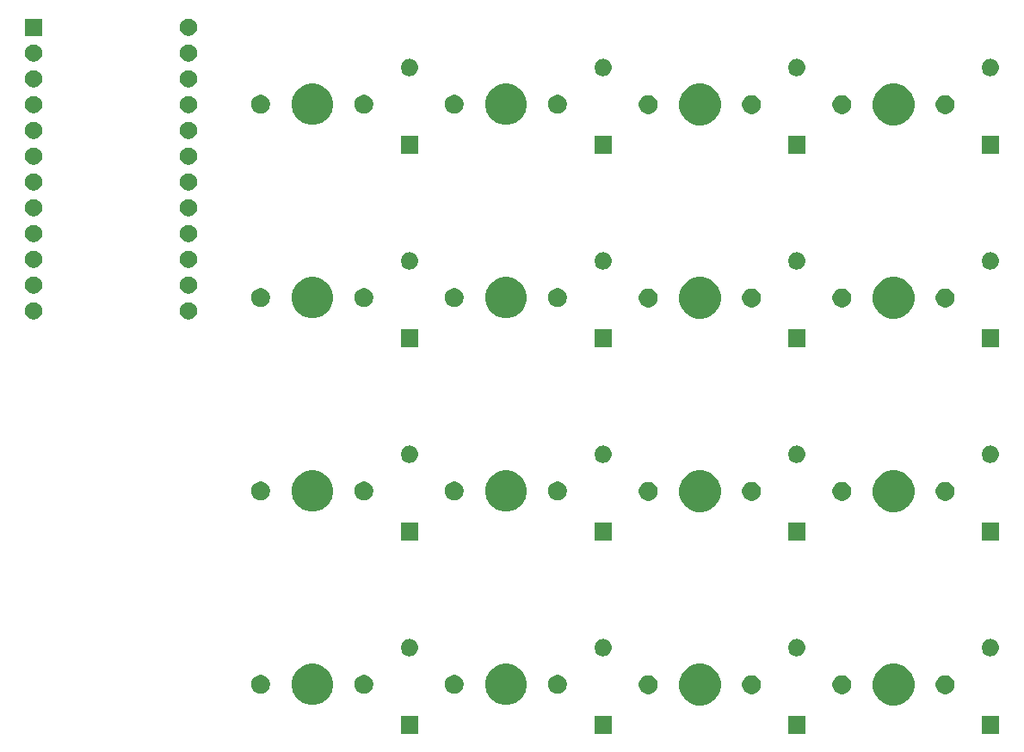
<source format=gts>
G04 #@! TF.GenerationSoftware,KiCad,Pcbnew,(5.1.4)-1*
G04 #@! TF.CreationDate,2021-04-02T14:20:44+02:00*
G04 #@! TF.ProjectId,pcb-test,7063622d-7465-4737-942e-6b696361645f,rev?*
G04 #@! TF.SameCoordinates,Original*
G04 #@! TF.FileFunction,Soldermask,Top*
G04 #@! TF.FilePolarity,Negative*
%FSLAX46Y46*%
G04 Gerber Fmt 4.6, Leading zero omitted, Abs format (unit mm)*
G04 Created by KiCad (PCBNEW (5.1.4)-1) date 2021-04-02 14:20:44*
%MOMM*%
%LPD*%
G04 APERTURE LIST*
%ADD10C,0.100000*%
G04 APERTURE END LIST*
D10*
G36*
X165951000Y-147694750D02*
G01*
X164249000Y-147694750D01*
X164249000Y-145992750D01*
X165951000Y-145992750D01*
X165951000Y-147694750D01*
X165951000Y-147694750D01*
G37*
G36*
X185001000Y-147694750D02*
G01*
X183299000Y-147694750D01*
X183299000Y-145992750D01*
X185001000Y-145992750D01*
X185001000Y-147694750D01*
X185001000Y-147694750D01*
G37*
G36*
X204051000Y-147694750D02*
G01*
X202349000Y-147694750D01*
X202349000Y-145992750D01*
X204051000Y-145992750D01*
X204051000Y-147694750D01*
X204051000Y-147694750D01*
G37*
G36*
X146901000Y-147694750D02*
G01*
X145199000Y-147694750D01*
X145199000Y-145992750D01*
X146901000Y-145992750D01*
X146901000Y-147694750D01*
X146901000Y-147694750D01*
G37*
G36*
X194271474Y-140908684D02*
G01*
X194489474Y-140998983D01*
X194643623Y-141062833D01*
X194978548Y-141286623D01*
X195263377Y-141571452D01*
X195487167Y-141906377D01*
X195519562Y-141984586D01*
X195641316Y-142278526D01*
X195719900Y-142673594D01*
X195719900Y-143076406D01*
X195641316Y-143471474D01*
X195551017Y-143689474D01*
X195487167Y-143843623D01*
X195263377Y-144178548D01*
X194978548Y-144463377D01*
X194643623Y-144687167D01*
X194489474Y-144751017D01*
X194271474Y-144841316D01*
X193876406Y-144919900D01*
X193473594Y-144919900D01*
X193078526Y-144841316D01*
X192860526Y-144751017D01*
X192706377Y-144687167D01*
X192371452Y-144463377D01*
X192086623Y-144178548D01*
X191862833Y-143843623D01*
X191798983Y-143689474D01*
X191708684Y-143471474D01*
X191630100Y-143076406D01*
X191630100Y-142673594D01*
X191708684Y-142278526D01*
X191830438Y-141984586D01*
X191862833Y-141906377D01*
X192086623Y-141571452D01*
X192371452Y-141286623D01*
X192706377Y-141062833D01*
X192860526Y-140998983D01*
X193078526Y-140908684D01*
X193473594Y-140830100D01*
X193876406Y-140830100D01*
X194271474Y-140908684D01*
X194271474Y-140908684D01*
G37*
G36*
X175221474Y-140908684D02*
G01*
X175439474Y-140998983D01*
X175593623Y-141062833D01*
X175928548Y-141286623D01*
X176213377Y-141571452D01*
X176437167Y-141906377D01*
X176469562Y-141984586D01*
X176591316Y-142278526D01*
X176669900Y-142673594D01*
X176669900Y-143076406D01*
X176591316Y-143471474D01*
X176501017Y-143689474D01*
X176437167Y-143843623D01*
X176213377Y-144178548D01*
X175928548Y-144463377D01*
X175593623Y-144687167D01*
X175439474Y-144751017D01*
X175221474Y-144841316D01*
X174826406Y-144919900D01*
X174423594Y-144919900D01*
X174028526Y-144841316D01*
X173810526Y-144751017D01*
X173656377Y-144687167D01*
X173321452Y-144463377D01*
X173036623Y-144178548D01*
X172812833Y-143843623D01*
X172748983Y-143689474D01*
X172658684Y-143471474D01*
X172580100Y-143076406D01*
X172580100Y-142673594D01*
X172658684Y-142278526D01*
X172780438Y-141984586D01*
X172812833Y-141906377D01*
X173036623Y-141571452D01*
X173321452Y-141286623D01*
X173656377Y-141062833D01*
X173810526Y-140998983D01*
X174028526Y-140908684D01*
X174423594Y-140830100D01*
X174826406Y-140830100D01*
X175221474Y-140908684D01*
X175221474Y-140908684D01*
G37*
G36*
X137089724Y-140876934D02*
G01*
X137307724Y-140967233D01*
X137461873Y-141031083D01*
X137796798Y-141254873D01*
X138081627Y-141539702D01*
X138305417Y-141874627D01*
X138337812Y-141952836D01*
X138459566Y-142246776D01*
X138538150Y-142641844D01*
X138538150Y-143044656D01*
X138459566Y-143439724D01*
X138408701Y-143562522D01*
X138305417Y-143811873D01*
X138081627Y-144146798D01*
X137796798Y-144431627D01*
X137461873Y-144655417D01*
X137385221Y-144687167D01*
X137089724Y-144809566D01*
X136694656Y-144888150D01*
X136291844Y-144888150D01*
X135896776Y-144809566D01*
X135601279Y-144687167D01*
X135524627Y-144655417D01*
X135189702Y-144431627D01*
X134904873Y-144146798D01*
X134681083Y-143811873D01*
X134577799Y-143562522D01*
X134526934Y-143439724D01*
X134448350Y-143044656D01*
X134448350Y-142641844D01*
X134526934Y-142246776D01*
X134648688Y-141952836D01*
X134681083Y-141874627D01*
X134904873Y-141539702D01*
X135189702Y-141254873D01*
X135524627Y-141031083D01*
X135678776Y-140967233D01*
X135896776Y-140876934D01*
X136291844Y-140798350D01*
X136694656Y-140798350D01*
X137089724Y-140876934D01*
X137089724Y-140876934D01*
G37*
G36*
X156139724Y-140876934D02*
G01*
X156357724Y-140967233D01*
X156511873Y-141031083D01*
X156846798Y-141254873D01*
X157131627Y-141539702D01*
X157355417Y-141874627D01*
X157387812Y-141952836D01*
X157509566Y-142246776D01*
X157588150Y-142641844D01*
X157588150Y-143044656D01*
X157509566Y-143439724D01*
X157458701Y-143562522D01*
X157355417Y-143811873D01*
X157131627Y-144146798D01*
X156846798Y-144431627D01*
X156511873Y-144655417D01*
X156435221Y-144687167D01*
X156139724Y-144809566D01*
X155744656Y-144888150D01*
X155341844Y-144888150D01*
X154946776Y-144809566D01*
X154651279Y-144687167D01*
X154574627Y-144655417D01*
X154239702Y-144431627D01*
X153954873Y-144146798D01*
X153731083Y-143811873D01*
X153627799Y-143562522D01*
X153576934Y-143439724D01*
X153498350Y-143044656D01*
X153498350Y-142641844D01*
X153576934Y-142246776D01*
X153698688Y-141952836D01*
X153731083Y-141874627D01*
X153954873Y-141539702D01*
X154239702Y-141254873D01*
X154574627Y-141031083D01*
X154728776Y-140967233D01*
X154946776Y-140876934D01*
X155341844Y-140798350D01*
X155744656Y-140798350D01*
X156139724Y-140876934D01*
X156139724Y-140876934D01*
G37*
G36*
X169815104Y-141984585D02*
G01*
X169983626Y-142054389D01*
X170135291Y-142155728D01*
X170264272Y-142284709D01*
X170365611Y-142436374D01*
X170435415Y-142604896D01*
X170471000Y-142783797D01*
X170471000Y-142966203D01*
X170435415Y-143145104D01*
X170365611Y-143313626D01*
X170264272Y-143465291D01*
X170135291Y-143594272D01*
X169983626Y-143695611D01*
X169815104Y-143765415D01*
X169636203Y-143801000D01*
X169453797Y-143801000D01*
X169274896Y-143765415D01*
X169106374Y-143695611D01*
X168954709Y-143594272D01*
X168825728Y-143465291D01*
X168724389Y-143313626D01*
X168654585Y-143145104D01*
X168619000Y-142966203D01*
X168619000Y-142783797D01*
X168654585Y-142604896D01*
X168724389Y-142436374D01*
X168825728Y-142284709D01*
X168954709Y-142155728D01*
X169106374Y-142054389D01*
X169274896Y-141984585D01*
X169453797Y-141949000D01*
X169636203Y-141949000D01*
X169815104Y-141984585D01*
X169815104Y-141984585D01*
G37*
G36*
X199025104Y-141984585D02*
G01*
X199193626Y-142054389D01*
X199345291Y-142155728D01*
X199474272Y-142284709D01*
X199575611Y-142436374D01*
X199645415Y-142604896D01*
X199681000Y-142783797D01*
X199681000Y-142966203D01*
X199645415Y-143145104D01*
X199575611Y-143313626D01*
X199474272Y-143465291D01*
X199345291Y-143594272D01*
X199193626Y-143695611D01*
X199025104Y-143765415D01*
X198846203Y-143801000D01*
X198663797Y-143801000D01*
X198484896Y-143765415D01*
X198316374Y-143695611D01*
X198164709Y-143594272D01*
X198035728Y-143465291D01*
X197934389Y-143313626D01*
X197864585Y-143145104D01*
X197829000Y-142966203D01*
X197829000Y-142783797D01*
X197864585Y-142604896D01*
X197934389Y-142436374D01*
X198035728Y-142284709D01*
X198164709Y-142155728D01*
X198316374Y-142054389D01*
X198484896Y-141984585D01*
X198663797Y-141949000D01*
X198846203Y-141949000D01*
X199025104Y-141984585D01*
X199025104Y-141984585D01*
G37*
G36*
X188865104Y-141984585D02*
G01*
X189033626Y-142054389D01*
X189185291Y-142155728D01*
X189314272Y-142284709D01*
X189415611Y-142436374D01*
X189485415Y-142604896D01*
X189521000Y-142783797D01*
X189521000Y-142966203D01*
X189485415Y-143145104D01*
X189415611Y-143313626D01*
X189314272Y-143465291D01*
X189185291Y-143594272D01*
X189033626Y-143695611D01*
X188865104Y-143765415D01*
X188686203Y-143801000D01*
X188503797Y-143801000D01*
X188324896Y-143765415D01*
X188156374Y-143695611D01*
X188004709Y-143594272D01*
X187875728Y-143465291D01*
X187774389Y-143313626D01*
X187704585Y-143145104D01*
X187669000Y-142966203D01*
X187669000Y-142783797D01*
X187704585Y-142604896D01*
X187774389Y-142436374D01*
X187875728Y-142284709D01*
X188004709Y-142155728D01*
X188156374Y-142054389D01*
X188324896Y-141984585D01*
X188503797Y-141949000D01*
X188686203Y-141949000D01*
X188865104Y-141984585D01*
X188865104Y-141984585D01*
G37*
G36*
X179975104Y-141984585D02*
G01*
X180143626Y-142054389D01*
X180295291Y-142155728D01*
X180424272Y-142284709D01*
X180525611Y-142436374D01*
X180595415Y-142604896D01*
X180631000Y-142783797D01*
X180631000Y-142966203D01*
X180595415Y-143145104D01*
X180525611Y-143313626D01*
X180424272Y-143465291D01*
X180295291Y-143594272D01*
X180143626Y-143695611D01*
X179975104Y-143765415D01*
X179796203Y-143801000D01*
X179613797Y-143801000D01*
X179434896Y-143765415D01*
X179266374Y-143695611D01*
X179114709Y-143594272D01*
X178985728Y-143465291D01*
X178884389Y-143313626D01*
X178814585Y-143145104D01*
X178779000Y-142966203D01*
X178779000Y-142783797D01*
X178814585Y-142604896D01*
X178884389Y-142436374D01*
X178985728Y-142284709D01*
X179114709Y-142155728D01*
X179266374Y-142054389D01*
X179434896Y-141984585D01*
X179613797Y-141949000D01*
X179796203Y-141949000D01*
X179975104Y-141984585D01*
X179975104Y-141984585D01*
G37*
G36*
X131683354Y-141952835D02*
G01*
X131851876Y-142022639D01*
X132003541Y-142123978D01*
X132132522Y-142252959D01*
X132233861Y-142404624D01*
X132303665Y-142573146D01*
X132339250Y-142752047D01*
X132339250Y-142934453D01*
X132303665Y-143113354D01*
X132233861Y-143281876D01*
X132132522Y-143433541D01*
X132003541Y-143562522D01*
X131851876Y-143663861D01*
X131683354Y-143733665D01*
X131504453Y-143769250D01*
X131322047Y-143769250D01*
X131143146Y-143733665D01*
X130974624Y-143663861D01*
X130822959Y-143562522D01*
X130693978Y-143433541D01*
X130592639Y-143281876D01*
X130522835Y-143113354D01*
X130487250Y-142934453D01*
X130487250Y-142752047D01*
X130522835Y-142573146D01*
X130592639Y-142404624D01*
X130693978Y-142252959D01*
X130822959Y-142123978D01*
X130974624Y-142022639D01*
X131143146Y-141952835D01*
X131322047Y-141917250D01*
X131504453Y-141917250D01*
X131683354Y-141952835D01*
X131683354Y-141952835D01*
G37*
G36*
X141843354Y-141952835D02*
G01*
X142011876Y-142022639D01*
X142163541Y-142123978D01*
X142292522Y-142252959D01*
X142393861Y-142404624D01*
X142463665Y-142573146D01*
X142499250Y-142752047D01*
X142499250Y-142934453D01*
X142463665Y-143113354D01*
X142393861Y-143281876D01*
X142292522Y-143433541D01*
X142163541Y-143562522D01*
X142011876Y-143663861D01*
X141843354Y-143733665D01*
X141664453Y-143769250D01*
X141482047Y-143769250D01*
X141303146Y-143733665D01*
X141134624Y-143663861D01*
X140982959Y-143562522D01*
X140853978Y-143433541D01*
X140752639Y-143281876D01*
X140682835Y-143113354D01*
X140647250Y-142934453D01*
X140647250Y-142752047D01*
X140682835Y-142573146D01*
X140752639Y-142404624D01*
X140853978Y-142252959D01*
X140982959Y-142123978D01*
X141134624Y-142022639D01*
X141303146Y-141952835D01*
X141482047Y-141917250D01*
X141664453Y-141917250D01*
X141843354Y-141952835D01*
X141843354Y-141952835D01*
G37*
G36*
X150733354Y-141952835D02*
G01*
X150901876Y-142022639D01*
X151053541Y-142123978D01*
X151182522Y-142252959D01*
X151283861Y-142404624D01*
X151353665Y-142573146D01*
X151389250Y-142752047D01*
X151389250Y-142934453D01*
X151353665Y-143113354D01*
X151283861Y-143281876D01*
X151182522Y-143433541D01*
X151053541Y-143562522D01*
X150901876Y-143663861D01*
X150733354Y-143733665D01*
X150554453Y-143769250D01*
X150372047Y-143769250D01*
X150193146Y-143733665D01*
X150024624Y-143663861D01*
X149872959Y-143562522D01*
X149743978Y-143433541D01*
X149642639Y-143281876D01*
X149572835Y-143113354D01*
X149537250Y-142934453D01*
X149537250Y-142752047D01*
X149572835Y-142573146D01*
X149642639Y-142404624D01*
X149743978Y-142252959D01*
X149872959Y-142123978D01*
X150024624Y-142022639D01*
X150193146Y-141952835D01*
X150372047Y-141917250D01*
X150554453Y-141917250D01*
X150733354Y-141952835D01*
X150733354Y-141952835D01*
G37*
G36*
X160893354Y-141952835D02*
G01*
X161061876Y-142022639D01*
X161213541Y-142123978D01*
X161342522Y-142252959D01*
X161443861Y-142404624D01*
X161513665Y-142573146D01*
X161549250Y-142752047D01*
X161549250Y-142934453D01*
X161513665Y-143113354D01*
X161443861Y-143281876D01*
X161342522Y-143433541D01*
X161213541Y-143562522D01*
X161061876Y-143663861D01*
X160893354Y-143733665D01*
X160714453Y-143769250D01*
X160532047Y-143769250D01*
X160353146Y-143733665D01*
X160184624Y-143663861D01*
X160032959Y-143562522D01*
X159903978Y-143433541D01*
X159802639Y-143281876D01*
X159732835Y-143113354D01*
X159697250Y-142934453D01*
X159697250Y-142752047D01*
X159732835Y-142573146D01*
X159802639Y-142404624D01*
X159903978Y-142252959D01*
X160032959Y-142123978D01*
X160184624Y-142022639D01*
X160353146Y-141952835D01*
X160532047Y-141917250D01*
X160714453Y-141917250D01*
X160893354Y-141952835D01*
X160893354Y-141952835D01*
G37*
G36*
X203366823Y-138385063D02*
G01*
X203527242Y-138433726D01*
X203659906Y-138504636D01*
X203675078Y-138512746D01*
X203804659Y-138619091D01*
X203911004Y-138748672D01*
X203911005Y-138748674D01*
X203990024Y-138896508D01*
X204038687Y-139056927D01*
X204055117Y-139223750D01*
X204038687Y-139390573D01*
X203990024Y-139550992D01*
X203919114Y-139683656D01*
X203911004Y-139698828D01*
X203804659Y-139828409D01*
X203675078Y-139934754D01*
X203675076Y-139934755D01*
X203527242Y-140013774D01*
X203366823Y-140062437D01*
X203241804Y-140074750D01*
X203158196Y-140074750D01*
X203033177Y-140062437D01*
X202872758Y-140013774D01*
X202724924Y-139934755D01*
X202724922Y-139934754D01*
X202595341Y-139828409D01*
X202488996Y-139698828D01*
X202480886Y-139683656D01*
X202409976Y-139550992D01*
X202361313Y-139390573D01*
X202344883Y-139223750D01*
X202361313Y-139056927D01*
X202409976Y-138896508D01*
X202488995Y-138748674D01*
X202488996Y-138748672D01*
X202595341Y-138619091D01*
X202724922Y-138512746D01*
X202740094Y-138504636D01*
X202872758Y-138433726D01*
X203033177Y-138385063D01*
X203158196Y-138372750D01*
X203241804Y-138372750D01*
X203366823Y-138385063D01*
X203366823Y-138385063D01*
G37*
G36*
X146216823Y-138385063D02*
G01*
X146377242Y-138433726D01*
X146509906Y-138504636D01*
X146525078Y-138512746D01*
X146654659Y-138619091D01*
X146761004Y-138748672D01*
X146761005Y-138748674D01*
X146840024Y-138896508D01*
X146888687Y-139056927D01*
X146905117Y-139223750D01*
X146888687Y-139390573D01*
X146840024Y-139550992D01*
X146769114Y-139683656D01*
X146761004Y-139698828D01*
X146654659Y-139828409D01*
X146525078Y-139934754D01*
X146525076Y-139934755D01*
X146377242Y-140013774D01*
X146216823Y-140062437D01*
X146091804Y-140074750D01*
X146008196Y-140074750D01*
X145883177Y-140062437D01*
X145722758Y-140013774D01*
X145574924Y-139934755D01*
X145574922Y-139934754D01*
X145445341Y-139828409D01*
X145338996Y-139698828D01*
X145330886Y-139683656D01*
X145259976Y-139550992D01*
X145211313Y-139390573D01*
X145194883Y-139223750D01*
X145211313Y-139056927D01*
X145259976Y-138896508D01*
X145338995Y-138748674D01*
X145338996Y-138748672D01*
X145445341Y-138619091D01*
X145574922Y-138512746D01*
X145590094Y-138504636D01*
X145722758Y-138433726D01*
X145883177Y-138385063D01*
X146008196Y-138372750D01*
X146091804Y-138372750D01*
X146216823Y-138385063D01*
X146216823Y-138385063D01*
G37*
G36*
X165266823Y-138385063D02*
G01*
X165427242Y-138433726D01*
X165559906Y-138504636D01*
X165575078Y-138512746D01*
X165704659Y-138619091D01*
X165811004Y-138748672D01*
X165811005Y-138748674D01*
X165890024Y-138896508D01*
X165938687Y-139056927D01*
X165955117Y-139223750D01*
X165938687Y-139390573D01*
X165890024Y-139550992D01*
X165819114Y-139683656D01*
X165811004Y-139698828D01*
X165704659Y-139828409D01*
X165575078Y-139934754D01*
X165575076Y-139934755D01*
X165427242Y-140013774D01*
X165266823Y-140062437D01*
X165141804Y-140074750D01*
X165058196Y-140074750D01*
X164933177Y-140062437D01*
X164772758Y-140013774D01*
X164624924Y-139934755D01*
X164624922Y-139934754D01*
X164495341Y-139828409D01*
X164388996Y-139698828D01*
X164380886Y-139683656D01*
X164309976Y-139550992D01*
X164261313Y-139390573D01*
X164244883Y-139223750D01*
X164261313Y-139056927D01*
X164309976Y-138896508D01*
X164388995Y-138748674D01*
X164388996Y-138748672D01*
X164495341Y-138619091D01*
X164624922Y-138512746D01*
X164640094Y-138504636D01*
X164772758Y-138433726D01*
X164933177Y-138385063D01*
X165058196Y-138372750D01*
X165141804Y-138372750D01*
X165266823Y-138385063D01*
X165266823Y-138385063D01*
G37*
G36*
X184316823Y-138385063D02*
G01*
X184477242Y-138433726D01*
X184609906Y-138504636D01*
X184625078Y-138512746D01*
X184754659Y-138619091D01*
X184861004Y-138748672D01*
X184861005Y-138748674D01*
X184940024Y-138896508D01*
X184988687Y-139056927D01*
X185005117Y-139223750D01*
X184988687Y-139390573D01*
X184940024Y-139550992D01*
X184869114Y-139683656D01*
X184861004Y-139698828D01*
X184754659Y-139828409D01*
X184625078Y-139934754D01*
X184625076Y-139934755D01*
X184477242Y-140013774D01*
X184316823Y-140062437D01*
X184191804Y-140074750D01*
X184108196Y-140074750D01*
X183983177Y-140062437D01*
X183822758Y-140013774D01*
X183674924Y-139934755D01*
X183674922Y-139934754D01*
X183545341Y-139828409D01*
X183438996Y-139698828D01*
X183430886Y-139683656D01*
X183359976Y-139550992D01*
X183311313Y-139390573D01*
X183294883Y-139223750D01*
X183311313Y-139056927D01*
X183359976Y-138896508D01*
X183438995Y-138748674D01*
X183438996Y-138748672D01*
X183545341Y-138619091D01*
X183674922Y-138512746D01*
X183690094Y-138504636D01*
X183822758Y-138433726D01*
X183983177Y-138385063D01*
X184108196Y-138372750D01*
X184191804Y-138372750D01*
X184316823Y-138385063D01*
X184316823Y-138385063D01*
G37*
G36*
X185001000Y-128644750D02*
G01*
X183299000Y-128644750D01*
X183299000Y-126942750D01*
X185001000Y-126942750D01*
X185001000Y-128644750D01*
X185001000Y-128644750D01*
G37*
G36*
X146901000Y-128644750D02*
G01*
X145199000Y-128644750D01*
X145199000Y-126942750D01*
X146901000Y-126942750D01*
X146901000Y-128644750D01*
X146901000Y-128644750D01*
G37*
G36*
X204051000Y-128644750D02*
G01*
X202349000Y-128644750D01*
X202349000Y-126942750D01*
X204051000Y-126942750D01*
X204051000Y-128644750D01*
X204051000Y-128644750D01*
G37*
G36*
X165951000Y-128644750D02*
G01*
X164249000Y-128644750D01*
X164249000Y-126942750D01*
X165951000Y-126942750D01*
X165951000Y-128644750D01*
X165951000Y-128644750D01*
G37*
G36*
X175221474Y-121858684D02*
G01*
X175439474Y-121948983D01*
X175593623Y-122012833D01*
X175928548Y-122236623D01*
X176213377Y-122521452D01*
X176437167Y-122856377D01*
X176469562Y-122934586D01*
X176591316Y-123228526D01*
X176669900Y-123623594D01*
X176669900Y-124026406D01*
X176591316Y-124421474D01*
X176501017Y-124639474D01*
X176437167Y-124793623D01*
X176213377Y-125128548D01*
X175928548Y-125413377D01*
X175593623Y-125637167D01*
X175439474Y-125701017D01*
X175221474Y-125791316D01*
X174826406Y-125869900D01*
X174423594Y-125869900D01*
X174028526Y-125791316D01*
X173810526Y-125701017D01*
X173656377Y-125637167D01*
X173321452Y-125413377D01*
X173036623Y-125128548D01*
X172812833Y-124793623D01*
X172748983Y-124639474D01*
X172658684Y-124421474D01*
X172580100Y-124026406D01*
X172580100Y-123623594D01*
X172658684Y-123228526D01*
X172780438Y-122934586D01*
X172812833Y-122856377D01*
X173036623Y-122521452D01*
X173321452Y-122236623D01*
X173656377Y-122012833D01*
X173810526Y-121948983D01*
X174028526Y-121858684D01*
X174423594Y-121780100D01*
X174826406Y-121780100D01*
X175221474Y-121858684D01*
X175221474Y-121858684D01*
G37*
G36*
X194271474Y-121858684D02*
G01*
X194489474Y-121948983D01*
X194643623Y-122012833D01*
X194978548Y-122236623D01*
X195263377Y-122521452D01*
X195487167Y-122856377D01*
X195519562Y-122934586D01*
X195641316Y-123228526D01*
X195719900Y-123623594D01*
X195719900Y-124026406D01*
X195641316Y-124421474D01*
X195551017Y-124639474D01*
X195487167Y-124793623D01*
X195263377Y-125128548D01*
X194978548Y-125413377D01*
X194643623Y-125637167D01*
X194489474Y-125701017D01*
X194271474Y-125791316D01*
X193876406Y-125869900D01*
X193473594Y-125869900D01*
X193078526Y-125791316D01*
X192860526Y-125701017D01*
X192706377Y-125637167D01*
X192371452Y-125413377D01*
X192086623Y-125128548D01*
X191862833Y-124793623D01*
X191798983Y-124639474D01*
X191708684Y-124421474D01*
X191630100Y-124026406D01*
X191630100Y-123623594D01*
X191708684Y-123228526D01*
X191830438Y-122934586D01*
X191862833Y-122856377D01*
X192086623Y-122521452D01*
X192371452Y-122236623D01*
X192706377Y-122012833D01*
X192860526Y-121948983D01*
X193078526Y-121858684D01*
X193473594Y-121780100D01*
X193876406Y-121780100D01*
X194271474Y-121858684D01*
X194271474Y-121858684D01*
G37*
G36*
X137089724Y-121826934D02*
G01*
X137307724Y-121917233D01*
X137461873Y-121981083D01*
X137796798Y-122204873D01*
X138081627Y-122489702D01*
X138305417Y-122824627D01*
X138337812Y-122902836D01*
X138459566Y-123196776D01*
X138538150Y-123591844D01*
X138538150Y-123994656D01*
X138459566Y-124389724D01*
X138408701Y-124512522D01*
X138305417Y-124761873D01*
X138081627Y-125096798D01*
X137796798Y-125381627D01*
X137461873Y-125605417D01*
X137385221Y-125637167D01*
X137089724Y-125759566D01*
X136694656Y-125838150D01*
X136291844Y-125838150D01*
X135896776Y-125759566D01*
X135601279Y-125637167D01*
X135524627Y-125605417D01*
X135189702Y-125381627D01*
X134904873Y-125096798D01*
X134681083Y-124761873D01*
X134577799Y-124512522D01*
X134526934Y-124389724D01*
X134448350Y-123994656D01*
X134448350Y-123591844D01*
X134526934Y-123196776D01*
X134648688Y-122902836D01*
X134681083Y-122824627D01*
X134904873Y-122489702D01*
X135189702Y-122204873D01*
X135524627Y-121981083D01*
X135678776Y-121917233D01*
X135896776Y-121826934D01*
X136291844Y-121748350D01*
X136694656Y-121748350D01*
X137089724Y-121826934D01*
X137089724Y-121826934D01*
G37*
G36*
X156139724Y-121826934D02*
G01*
X156357724Y-121917233D01*
X156511873Y-121981083D01*
X156846798Y-122204873D01*
X157131627Y-122489702D01*
X157355417Y-122824627D01*
X157387812Y-122902836D01*
X157509566Y-123196776D01*
X157588150Y-123591844D01*
X157588150Y-123994656D01*
X157509566Y-124389724D01*
X157458701Y-124512522D01*
X157355417Y-124761873D01*
X157131627Y-125096798D01*
X156846798Y-125381627D01*
X156511873Y-125605417D01*
X156435221Y-125637167D01*
X156139724Y-125759566D01*
X155744656Y-125838150D01*
X155341844Y-125838150D01*
X154946776Y-125759566D01*
X154651279Y-125637167D01*
X154574627Y-125605417D01*
X154239702Y-125381627D01*
X153954873Y-125096798D01*
X153731083Y-124761873D01*
X153627799Y-124512522D01*
X153576934Y-124389724D01*
X153498350Y-123994656D01*
X153498350Y-123591844D01*
X153576934Y-123196776D01*
X153698688Y-122902836D01*
X153731083Y-122824627D01*
X153954873Y-122489702D01*
X154239702Y-122204873D01*
X154574627Y-121981083D01*
X154728776Y-121917233D01*
X154946776Y-121826934D01*
X155341844Y-121748350D01*
X155744656Y-121748350D01*
X156139724Y-121826934D01*
X156139724Y-121826934D01*
G37*
G36*
X179975104Y-122934585D02*
G01*
X180143626Y-123004389D01*
X180295291Y-123105728D01*
X180424272Y-123234709D01*
X180525611Y-123386374D01*
X180595415Y-123554896D01*
X180631000Y-123733797D01*
X180631000Y-123916203D01*
X180595415Y-124095104D01*
X180525611Y-124263626D01*
X180424272Y-124415291D01*
X180295291Y-124544272D01*
X180143626Y-124645611D01*
X179975104Y-124715415D01*
X179796203Y-124751000D01*
X179613797Y-124751000D01*
X179434896Y-124715415D01*
X179266374Y-124645611D01*
X179114709Y-124544272D01*
X178985728Y-124415291D01*
X178884389Y-124263626D01*
X178814585Y-124095104D01*
X178779000Y-123916203D01*
X178779000Y-123733797D01*
X178814585Y-123554896D01*
X178884389Y-123386374D01*
X178985728Y-123234709D01*
X179114709Y-123105728D01*
X179266374Y-123004389D01*
X179434896Y-122934585D01*
X179613797Y-122899000D01*
X179796203Y-122899000D01*
X179975104Y-122934585D01*
X179975104Y-122934585D01*
G37*
G36*
X188865104Y-122934585D02*
G01*
X189033626Y-123004389D01*
X189185291Y-123105728D01*
X189314272Y-123234709D01*
X189415611Y-123386374D01*
X189485415Y-123554896D01*
X189521000Y-123733797D01*
X189521000Y-123916203D01*
X189485415Y-124095104D01*
X189415611Y-124263626D01*
X189314272Y-124415291D01*
X189185291Y-124544272D01*
X189033626Y-124645611D01*
X188865104Y-124715415D01*
X188686203Y-124751000D01*
X188503797Y-124751000D01*
X188324896Y-124715415D01*
X188156374Y-124645611D01*
X188004709Y-124544272D01*
X187875728Y-124415291D01*
X187774389Y-124263626D01*
X187704585Y-124095104D01*
X187669000Y-123916203D01*
X187669000Y-123733797D01*
X187704585Y-123554896D01*
X187774389Y-123386374D01*
X187875728Y-123234709D01*
X188004709Y-123105728D01*
X188156374Y-123004389D01*
X188324896Y-122934585D01*
X188503797Y-122899000D01*
X188686203Y-122899000D01*
X188865104Y-122934585D01*
X188865104Y-122934585D01*
G37*
G36*
X199025104Y-122934585D02*
G01*
X199193626Y-123004389D01*
X199345291Y-123105728D01*
X199474272Y-123234709D01*
X199575611Y-123386374D01*
X199645415Y-123554896D01*
X199681000Y-123733797D01*
X199681000Y-123916203D01*
X199645415Y-124095104D01*
X199575611Y-124263626D01*
X199474272Y-124415291D01*
X199345291Y-124544272D01*
X199193626Y-124645611D01*
X199025104Y-124715415D01*
X198846203Y-124751000D01*
X198663797Y-124751000D01*
X198484896Y-124715415D01*
X198316374Y-124645611D01*
X198164709Y-124544272D01*
X198035728Y-124415291D01*
X197934389Y-124263626D01*
X197864585Y-124095104D01*
X197829000Y-123916203D01*
X197829000Y-123733797D01*
X197864585Y-123554896D01*
X197934389Y-123386374D01*
X198035728Y-123234709D01*
X198164709Y-123105728D01*
X198316374Y-123004389D01*
X198484896Y-122934585D01*
X198663797Y-122899000D01*
X198846203Y-122899000D01*
X199025104Y-122934585D01*
X199025104Y-122934585D01*
G37*
G36*
X169815104Y-122934585D02*
G01*
X169983626Y-123004389D01*
X170135291Y-123105728D01*
X170264272Y-123234709D01*
X170365611Y-123386374D01*
X170435415Y-123554896D01*
X170471000Y-123733797D01*
X170471000Y-123916203D01*
X170435415Y-124095104D01*
X170365611Y-124263626D01*
X170264272Y-124415291D01*
X170135291Y-124544272D01*
X169983626Y-124645611D01*
X169815104Y-124715415D01*
X169636203Y-124751000D01*
X169453797Y-124751000D01*
X169274896Y-124715415D01*
X169106374Y-124645611D01*
X168954709Y-124544272D01*
X168825728Y-124415291D01*
X168724389Y-124263626D01*
X168654585Y-124095104D01*
X168619000Y-123916203D01*
X168619000Y-123733797D01*
X168654585Y-123554896D01*
X168724389Y-123386374D01*
X168825728Y-123234709D01*
X168954709Y-123105728D01*
X169106374Y-123004389D01*
X169274896Y-122934585D01*
X169453797Y-122899000D01*
X169636203Y-122899000D01*
X169815104Y-122934585D01*
X169815104Y-122934585D01*
G37*
G36*
X141843354Y-122902835D02*
G01*
X142011876Y-122972639D01*
X142163541Y-123073978D01*
X142292522Y-123202959D01*
X142393861Y-123354624D01*
X142463665Y-123523146D01*
X142499250Y-123702047D01*
X142499250Y-123884453D01*
X142463665Y-124063354D01*
X142393861Y-124231876D01*
X142292522Y-124383541D01*
X142163541Y-124512522D01*
X142011876Y-124613861D01*
X141843354Y-124683665D01*
X141664453Y-124719250D01*
X141482047Y-124719250D01*
X141303146Y-124683665D01*
X141134624Y-124613861D01*
X140982959Y-124512522D01*
X140853978Y-124383541D01*
X140752639Y-124231876D01*
X140682835Y-124063354D01*
X140647250Y-123884453D01*
X140647250Y-123702047D01*
X140682835Y-123523146D01*
X140752639Y-123354624D01*
X140853978Y-123202959D01*
X140982959Y-123073978D01*
X141134624Y-122972639D01*
X141303146Y-122902835D01*
X141482047Y-122867250D01*
X141664453Y-122867250D01*
X141843354Y-122902835D01*
X141843354Y-122902835D01*
G37*
G36*
X160893354Y-122902835D02*
G01*
X161061876Y-122972639D01*
X161213541Y-123073978D01*
X161342522Y-123202959D01*
X161443861Y-123354624D01*
X161513665Y-123523146D01*
X161549250Y-123702047D01*
X161549250Y-123884453D01*
X161513665Y-124063354D01*
X161443861Y-124231876D01*
X161342522Y-124383541D01*
X161213541Y-124512522D01*
X161061876Y-124613861D01*
X160893354Y-124683665D01*
X160714453Y-124719250D01*
X160532047Y-124719250D01*
X160353146Y-124683665D01*
X160184624Y-124613861D01*
X160032959Y-124512522D01*
X159903978Y-124383541D01*
X159802639Y-124231876D01*
X159732835Y-124063354D01*
X159697250Y-123884453D01*
X159697250Y-123702047D01*
X159732835Y-123523146D01*
X159802639Y-123354624D01*
X159903978Y-123202959D01*
X160032959Y-123073978D01*
X160184624Y-122972639D01*
X160353146Y-122902835D01*
X160532047Y-122867250D01*
X160714453Y-122867250D01*
X160893354Y-122902835D01*
X160893354Y-122902835D01*
G37*
G36*
X131683354Y-122902835D02*
G01*
X131851876Y-122972639D01*
X132003541Y-123073978D01*
X132132522Y-123202959D01*
X132233861Y-123354624D01*
X132303665Y-123523146D01*
X132339250Y-123702047D01*
X132339250Y-123884453D01*
X132303665Y-124063354D01*
X132233861Y-124231876D01*
X132132522Y-124383541D01*
X132003541Y-124512522D01*
X131851876Y-124613861D01*
X131683354Y-124683665D01*
X131504453Y-124719250D01*
X131322047Y-124719250D01*
X131143146Y-124683665D01*
X130974624Y-124613861D01*
X130822959Y-124512522D01*
X130693978Y-124383541D01*
X130592639Y-124231876D01*
X130522835Y-124063354D01*
X130487250Y-123884453D01*
X130487250Y-123702047D01*
X130522835Y-123523146D01*
X130592639Y-123354624D01*
X130693978Y-123202959D01*
X130822959Y-123073978D01*
X130974624Y-122972639D01*
X131143146Y-122902835D01*
X131322047Y-122867250D01*
X131504453Y-122867250D01*
X131683354Y-122902835D01*
X131683354Y-122902835D01*
G37*
G36*
X150733354Y-122902835D02*
G01*
X150901876Y-122972639D01*
X151053541Y-123073978D01*
X151182522Y-123202959D01*
X151283861Y-123354624D01*
X151353665Y-123523146D01*
X151389250Y-123702047D01*
X151389250Y-123884453D01*
X151353665Y-124063354D01*
X151283861Y-124231876D01*
X151182522Y-124383541D01*
X151053541Y-124512522D01*
X150901876Y-124613861D01*
X150733354Y-124683665D01*
X150554453Y-124719250D01*
X150372047Y-124719250D01*
X150193146Y-124683665D01*
X150024624Y-124613861D01*
X149872959Y-124512522D01*
X149743978Y-124383541D01*
X149642639Y-124231876D01*
X149572835Y-124063354D01*
X149537250Y-123884453D01*
X149537250Y-123702047D01*
X149572835Y-123523146D01*
X149642639Y-123354624D01*
X149743978Y-123202959D01*
X149872959Y-123073978D01*
X150024624Y-122972639D01*
X150193146Y-122902835D01*
X150372047Y-122867250D01*
X150554453Y-122867250D01*
X150733354Y-122902835D01*
X150733354Y-122902835D01*
G37*
G36*
X146216823Y-119335063D02*
G01*
X146377242Y-119383726D01*
X146509906Y-119454636D01*
X146525078Y-119462746D01*
X146654659Y-119569091D01*
X146761004Y-119698672D01*
X146761005Y-119698674D01*
X146840024Y-119846508D01*
X146888687Y-120006927D01*
X146905117Y-120173750D01*
X146888687Y-120340573D01*
X146840024Y-120500992D01*
X146769114Y-120633656D01*
X146761004Y-120648828D01*
X146654659Y-120778409D01*
X146525078Y-120884754D01*
X146525076Y-120884755D01*
X146377242Y-120963774D01*
X146216823Y-121012437D01*
X146091804Y-121024750D01*
X146008196Y-121024750D01*
X145883177Y-121012437D01*
X145722758Y-120963774D01*
X145574924Y-120884755D01*
X145574922Y-120884754D01*
X145445341Y-120778409D01*
X145338996Y-120648828D01*
X145330886Y-120633656D01*
X145259976Y-120500992D01*
X145211313Y-120340573D01*
X145194883Y-120173750D01*
X145211313Y-120006927D01*
X145259976Y-119846508D01*
X145338995Y-119698674D01*
X145338996Y-119698672D01*
X145445341Y-119569091D01*
X145574922Y-119462746D01*
X145590094Y-119454636D01*
X145722758Y-119383726D01*
X145883177Y-119335063D01*
X146008196Y-119322750D01*
X146091804Y-119322750D01*
X146216823Y-119335063D01*
X146216823Y-119335063D01*
G37*
G36*
X203366823Y-119335063D02*
G01*
X203527242Y-119383726D01*
X203659906Y-119454636D01*
X203675078Y-119462746D01*
X203804659Y-119569091D01*
X203911004Y-119698672D01*
X203911005Y-119698674D01*
X203990024Y-119846508D01*
X204038687Y-120006927D01*
X204055117Y-120173750D01*
X204038687Y-120340573D01*
X203990024Y-120500992D01*
X203919114Y-120633656D01*
X203911004Y-120648828D01*
X203804659Y-120778409D01*
X203675078Y-120884754D01*
X203675076Y-120884755D01*
X203527242Y-120963774D01*
X203366823Y-121012437D01*
X203241804Y-121024750D01*
X203158196Y-121024750D01*
X203033177Y-121012437D01*
X202872758Y-120963774D01*
X202724924Y-120884755D01*
X202724922Y-120884754D01*
X202595341Y-120778409D01*
X202488996Y-120648828D01*
X202480886Y-120633656D01*
X202409976Y-120500992D01*
X202361313Y-120340573D01*
X202344883Y-120173750D01*
X202361313Y-120006927D01*
X202409976Y-119846508D01*
X202488995Y-119698674D01*
X202488996Y-119698672D01*
X202595341Y-119569091D01*
X202724922Y-119462746D01*
X202740094Y-119454636D01*
X202872758Y-119383726D01*
X203033177Y-119335063D01*
X203158196Y-119322750D01*
X203241804Y-119322750D01*
X203366823Y-119335063D01*
X203366823Y-119335063D01*
G37*
G36*
X165266823Y-119335063D02*
G01*
X165427242Y-119383726D01*
X165559906Y-119454636D01*
X165575078Y-119462746D01*
X165704659Y-119569091D01*
X165811004Y-119698672D01*
X165811005Y-119698674D01*
X165890024Y-119846508D01*
X165938687Y-120006927D01*
X165955117Y-120173750D01*
X165938687Y-120340573D01*
X165890024Y-120500992D01*
X165819114Y-120633656D01*
X165811004Y-120648828D01*
X165704659Y-120778409D01*
X165575078Y-120884754D01*
X165575076Y-120884755D01*
X165427242Y-120963774D01*
X165266823Y-121012437D01*
X165141804Y-121024750D01*
X165058196Y-121024750D01*
X164933177Y-121012437D01*
X164772758Y-120963774D01*
X164624924Y-120884755D01*
X164624922Y-120884754D01*
X164495341Y-120778409D01*
X164388996Y-120648828D01*
X164380886Y-120633656D01*
X164309976Y-120500992D01*
X164261313Y-120340573D01*
X164244883Y-120173750D01*
X164261313Y-120006927D01*
X164309976Y-119846508D01*
X164388995Y-119698674D01*
X164388996Y-119698672D01*
X164495341Y-119569091D01*
X164624922Y-119462746D01*
X164640094Y-119454636D01*
X164772758Y-119383726D01*
X164933177Y-119335063D01*
X165058196Y-119322750D01*
X165141804Y-119322750D01*
X165266823Y-119335063D01*
X165266823Y-119335063D01*
G37*
G36*
X184316823Y-119335063D02*
G01*
X184477242Y-119383726D01*
X184609906Y-119454636D01*
X184625078Y-119462746D01*
X184754659Y-119569091D01*
X184861004Y-119698672D01*
X184861005Y-119698674D01*
X184940024Y-119846508D01*
X184988687Y-120006927D01*
X185005117Y-120173750D01*
X184988687Y-120340573D01*
X184940024Y-120500992D01*
X184869114Y-120633656D01*
X184861004Y-120648828D01*
X184754659Y-120778409D01*
X184625078Y-120884754D01*
X184625076Y-120884755D01*
X184477242Y-120963774D01*
X184316823Y-121012437D01*
X184191804Y-121024750D01*
X184108196Y-121024750D01*
X183983177Y-121012437D01*
X183822758Y-120963774D01*
X183674924Y-120884755D01*
X183674922Y-120884754D01*
X183545341Y-120778409D01*
X183438996Y-120648828D01*
X183430886Y-120633656D01*
X183359976Y-120500992D01*
X183311313Y-120340573D01*
X183294883Y-120173750D01*
X183311313Y-120006927D01*
X183359976Y-119846508D01*
X183438995Y-119698674D01*
X183438996Y-119698672D01*
X183545341Y-119569091D01*
X183674922Y-119462746D01*
X183690094Y-119454636D01*
X183822758Y-119383726D01*
X183983177Y-119335063D01*
X184108196Y-119322750D01*
X184191804Y-119322750D01*
X184316823Y-119335063D01*
X184316823Y-119335063D01*
G37*
G36*
X185001000Y-109594750D02*
G01*
X183299000Y-109594750D01*
X183299000Y-107892750D01*
X185001000Y-107892750D01*
X185001000Y-109594750D01*
X185001000Y-109594750D01*
G37*
G36*
X204051000Y-109594750D02*
G01*
X202349000Y-109594750D01*
X202349000Y-107892750D01*
X204051000Y-107892750D01*
X204051000Y-109594750D01*
X204051000Y-109594750D01*
G37*
G36*
X165951000Y-109594750D02*
G01*
X164249000Y-109594750D01*
X164249000Y-107892750D01*
X165951000Y-107892750D01*
X165951000Y-109594750D01*
X165951000Y-109594750D01*
G37*
G36*
X146901000Y-109594750D02*
G01*
X145199000Y-109594750D01*
X145199000Y-107892750D01*
X146901000Y-107892750D01*
X146901000Y-109594750D01*
X146901000Y-109594750D01*
G37*
G36*
X109309478Y-105226703D02*
G01*
X109464350Y-105290853D01*
X109603731Y-105383985D01*
X109722265Y-105502519D01*
X109815397Y-105641900D01*
X109879547Y-105796772D01*
X109912250Y-105961184D01*
X109912250Y-106128816D01*
X109879547Y-106293228D01*
X109815397Y-106448100D01*
X109722265Y-106587481D01*
X109603731Y-106706015D01*
X109464350Y-106799147D01*
X109309478Y-106863297D01*
X109145066Y-106896000D01*
X108977434Y-106896000D01*
X108813022Y-106863297D01*
X108658150Y-106799147D01*
X108518769Y-106706015D01*
X108400235Y-106587481D01*
X108307103Y-106448100D01*
X108242953Y-106293228D01*
X108210250Y-106128816D01*
X108210250Y-105961184D01*
X108242953Y-105796772D01*
X108307103Y-105641900D01*
X108400235Y-105502519D01*
X108518769Y-105383985D01*
X108658150Y-105290853D01*
X108813022Y-105226703D01*
X108977434Y-105194000D01*
X109145066Y-105194000D01*
X109309478Y-105226703D01*
X109309478Y-105226703D01*
G37*
G36*
X124549478Y-105226703D02*
G01*
X124704350Y-105290853D01*
X124843731Y-105383985D01*
X124962265Y-105502519D01*
X125055397Y-105641900D01*
X125119547Y-105796772D01*
X125152250Y-105961184D01*
X125152250Y-106128816D01*
X125119547Y-106293228D01*
X125055397Y-106448100D01*
X124962265Y-106587481D01*
X124843731Y-106706015D01*
X124704350Y-106799147D01*
X124549478Y-106863297D01*
X124385066Y-106896000D01*
X124217434Y-106896000D01*
X124053022Y-106863297D01*
X123898150Y-106799147D01*
X123758769Y-106706015D01*
X123640235Y-106587481D01*
X123547103Y-106448100D01*
X123482953Y-106293228D01*
X123450250Y-106128816D01*
X123450250Y-105961184D01*
X123482953Y-105796772D01*
X123547103Y-105641900D01*
X123640235Y-105502519D01*
X123758769Y-105383985D01*
X123898150Y-105290853D01*
X124053022Y-105226703D01*
X124217434Y-105194000D01*
X124385066Y-105194000D01*
X124549478Y-105226703D01*
X124549478Y-105226703D01*
G37*
G36*
X194271474Y-102808684D02*
G01*
X194489474Y-102898983D01*
X194643623Y-102962833D01*
X194978548Y-103186623D01*
X195263377Y-103471452D01*
X195487167Y-103806377D01*
X195529302Y-103908100D01*
X195641316Y-104178526D01*
X195719900Y-104573594D01*
X195719900Y-104976406D01*
X195641316Y-105371474D01*
X195551017Y-105589474D01*
X195487167Y-105743623D01*
X195263377Y-106078548D01*
X194978548Y-106363377D01*
X194643623Y-106587167D01*
X194489474Y-106651017D01*
X194271474Y-106741316D01*
X193876406Y-106819900D01*
X193473594Y-106819900D01*
X193078526Y-106741316D01*
X192860526Y-106651017D01*
X192706377Y-106587167D01*
X192371452Y-106363377D01*
X192086623Y-106078548D01*
X191862833Y-105743623D01*
X191798983Y-105589474D01*
X191708684Y-105371474D01*
X191630100Y-104976406D01*
X191630100Y-104573594D01*
X191708684Y-104178526D01*
X191820698Y-103908100D01*
X191862833Y-103806377D01*
X192086623Y-103471452D01*
X192371452Y-103186623D01*
X192706377Y-102962833D01*
X192860526Y-102898983D01*
X193078526Y-102808684D01*
X193473594Y-102730100D01*
X193876406Y-102730100D01*
X194271474Y-102808684D01*
X194271474Y-102808684D01*
G37*
G36*
X175221474Y-102808684D02*
G01*
X175439474Y-102898983D01*
X175593623Y-102962833D01*
X175928548Y-103186623D01*
X176213377Y-103471452D01*
X176437167Y-103806377D01*
X176479302Y-103908100D01*
X176591316Y-104178526D01*
X176669900Y-104573594D01*
X176669900Y-104976406D01*
X176591316Y-105371474D01*
X176501017Y-105589474D01*
X176437167Y-105743623D01*
X176213377Y-106078548D01*
X175928548Y-106363377D01*
X175593623Y-106587167D01*
X175439474Y-106651017D01*
X175221474Y-106741316D01*
X174826406Y-106819900D01*
X174423594Y-106819900D01*
X174028526Y-106741316D01*
X173810526Y-106651017D01*
X173656377Y-106587167D01*
X173321452Y-106363377D01*
X173036623Y-106078548D01*
X172812833Y-105743623D01*
X172748983Y-105589474D01*
X172658684Y-105371474D01*
X172580100Y-104976406D01*
X172580100Y-104573594D01*
X172658684Y-104178526D01*
X172770698Y-103908100D01*
X172812833Y-103806377D01*
X173036623Y-103471452D01*
X173321452Y-103186623D01*
X173656377Y-102962833D01*
X173810526Y-102898983D01*
X174028526Y-102808684D01*
X174423594Y-102730100D01*
X174826406Y-102730100D01*
X175221474Y-102808684D01*
X175221474Y-102808684D01*
G37*
G36*
X137089724Y-102776934D02*
G01*
X137251599Y-102843985D01*
X137461873Y-102931083D01*
X137796798Y-103154873D01*
X138081627Y-103439702D01*
X138305417Y-103774627D01*
X138337812Y-103852836D01*
X138459566Y-104146776D01*
X138538150Y-104541844D01*
X138538150Y-104944656D01*
X138459566Y-105339724D01*
X138369267Y-105557724D01*
X138305417Y-105711873D01*
X138081627Y-106046798D01*
X137796798Y-106331627D01*
X137461873Y-106555417D01*
X137384463Y-106587481D01*
X137089724Y-106709566D01*
X136694656Y-106788150D01*
X136291844Y-106788150D01*
X135896776Y-106709566D01*
X135602037Y-106587481D01*
X135524627Y-106555417D01*
X135189702Y-106331627D01*
X134904873Y-106046798D01*
X134681083Y-105711873D01*
X134617233Y-105557724D01*
X134526934Y-105339724D01*
X134448350Y-104944656D01*
X134448350Y-104541844D01*
X134526934Y-104146776D01*
X134648688Y-103852836D01*
X134681083Y-103774627D01*
X134904873Y-103439702D01*
X135189702Y-103154873D01*
X135524627Y-102931083D01*
X135734901Y-102843985D01*
X135896776Y-102776934D01*
X136291844Y-102698350D01*
X136694656Y-102698350D01*
X137089724Y-102776934D01*
X137089724Y-102776934D01*
G37*
G36*
X156139724Y-102776934D02*
G01*
X156301599Y-102843985D01*
X156511873Y-102931083D01*
X156846798Y-103154873D01*
X157131627Y-103439702D01*
X157355417Y-103774627D01*
X157387812Y-103852836D01*
X157509566Y-104146776D01*
X157588150Y-104541844D01*
X157588150Y-104944656D01*
X157509566Y-105339724D01*
X157419267Y-105557724D01*
X157355417Y-105711873D01*
X157131627Y-106046798D01*
X156846798Y-106331627D01*
X156511873Y-106555417D01*
X156434463Y-106587481D01*
X156139724Y-106709566D01*
X155744656Y-106788150D01*
X155341844Y-106788150D01*
X154946776Y-106709566D01*
X154652037Y-106587481D01*
X154574627Y-106555417D01*
X154239702Y-106331627D01*
X153954873Y-106046798D01*
X153731083Y-105711873D01*
X153667233Y-105557724D01*
X153576934Y-105339724D01*
X153498350Y-104944656D01*
X153498350Y-104541844D01*
X153576934Y-104146776D01*
X153698688Y-103852836D01*
X153731083Y-103774627D01*
X153954873Y-103439702D01*
X154239702Y-103154873D01*
X154574627Y-102931083D01*
X154784901Y-102843985D01*
X154946776Y-102776934D01*
X155341844Y-102698350D01*
X155744656Y-102698350D01*
X156139724Y-102776934D01*
X156139724Y-102776934D01*
G37*
G36*
X169815104Y-103884585D02*
G01*
X169983626Y-103954389D01*
X170135291Y-104055728D01*
X170264272Y-104184709D01*
X170365611Y-104336374D01*
X170435415Y-104504896D01*
X170471000Y-104683797D01*
X170471000Y-104866203D01*
X170435415Y-105045104D01*
X170365611Y-105213626D01*
X170264272Y-105365291D01*
X170135291Y-105494272D01*
X169983626Y-105595611D01*
X169815104Y-105665415D01*
X169636203Y-105701000D01*
X169453797Y-105701000D01*
X169274896Y-105665415D01*
X169106374Y-105595611D01*
X168954709Y-105494272D01*
X168825728Y-105365291D01*
X168724389Y-105213626D01*
X168654585Y-105045104D01*
X168619000Y-104866203D01*
X168619000Y-104683797D01*
X168654585Y-104504896D01*
X168724389Y-104336374D01*
X168825728Y-104184709D01*
X168954709Y-104055728D01*
X169106374Y-103954389D01*
X169274896Y-103884585D01*
X169453797Y-103849000D01*
X169636203Y-103849000D01*
X169815104Y-103884585D01*
X169815104Y-103884585D01*
G37*
G36*
X188865104Y-103884585D02*
G01*
X189033626Y-103954389D01*
X189185291Y-104055728D01*
X189314272Y-104184709D01*
X189415611Y-104336374D01*
X189485415Y-104504896D01*
X189521000Y-104683797D01*
X189521000Y-104866203D01*
X189485415Y-105045104D01*
X189415611Y-105213626D01*
X189314272Y-105365291D01*
X189185291Y-105494272D01*
X189033626Y-105595611D01*
X188865104Y-105665415D01*
X188686203Y-105701000D01*
X188503797Y-105701000D01*
X188324896Y-105665415D01*
X188156374Y-105595611D01*
X188004709Y-105494272D01*
X187875728Y-105365291D01*
X187774389Y-105213626D01*
X187704585Y-105045104D01*
X187669000Y-104866203D01*
X187669000Y-104683797D01*
X187704585Y-104504896D01*
X187774389Y-104336374D01*
X187875728Y-104184709D01*
X188004709Y-104055728D01*
X188156374Y-103954389D01*
X188324896Y-103884585D01*
X188503797Y-103849000D01*
X188686203Y-103849000D01*
X188865104Y-103884585D01*
X188865104Y-103884585D01*
G37*
G36*
X179975104Y-103884585D02*
G01*
X180143626Y-103954389D01*
X180295291Y-104055728D01*
X180424272Y-104184709D01*
X180525611Y-104336374D01*
X180595415Y-104504896D01*
X180631000Y-104683797D01*
X180631000Y-104866203D01*
X180595415Y-105045104D01*
X180525611Y-105213626D01*
X180424272Y-105365291D01*
X180295291Y-105494272D01*
X180143626Y-105595611D01*
X179975104Y-105665415D01*
X179796203Y-105701000D01*
X179613797Y-105701000D01*
X179434896Y-105665415D01*
X179266374Y-105595611D01*
X179114709Y-105494272D01*
X178985728Y-105365291D01*
X178884389Y-105213626D01*
X178814585Y-105045104D01*
X178779000Y-104866203D01*
X178779000Y-104683797D01*
X178814585Y-104504896D01*
X178884389Y-104336374D01*
X178985728Y-104184709D01*
X179114709Y-104055728D01*
X179266374Y-103954389D01*
X179434896Y-103884585D01*
X179613797Y-103849000D01*
X179796203Y-103849000D01*
X179975104Y-103884585D01*
X179975104Y-103884585D01*
G37*
G36*
X199025104Y-103884585D02*
G01*
X199193626Y-103954389D01*
X199345291Y-104055728D01*
X199474272Y-104184709D01*
X199575611Y-104336374D01*
X199645415Y-104504896D01*
X199681000Y-104683797D01*
X199681000Y-104866203D01*
X199645415Y-105045104D01*
X199575611Y-105213626D01*
X199474272Y-105365291D01*
X199345291Y-105494272D01*
X199193626Y-105595611D01*
X199025104Y-105665415D01*
X198846203Y-105701000D01*
X198663797Y-105701000D01*
X198484896Y-105665415D01*
X198316374Y-105595611D01*
X198164709Y-105494272D01*
X198035728Y-105365291D01*
X197934389Y-105213626D01*
X197864585Y-105045104D01*
X197829000Y-104866203D01*
X197829000Y-104683797D01*
X197864585Y-104504896D01*
X197934389Y-104336374D01*
X198035728Y-104184709D01*
X198164709Y-104055728D01*
X198316374Y-103954389D01*
X198484896Y-103884585D01*
X198663797Y-103849000D01*
X198846203Y-103849000D01*
X199025104Y-103884585D01*
X199025104Y-103884585D01*
G37*
G36*
X150733354Y-103852835D02*
G01*
X150901876Y-103922639D01*
X151053541Y-104023978D01*
X151182522Y-104152959D01*
X151283861Y-104304624D01*
X151353665Y-104473146D01*
X151389250Y-104652047D01*
X151389250Y-104834453D01*
X151353665Y-105013354D01*
X151283861Y-105181876D01*
X151182522Y-105333541D01*
X151053541Y-105462522D01*
X150901876Y-105563861D01*
X150733354Y-105633665D01*
X150554453Y-105669250D01*
X150372047Y-105669250D01*
X150193146Y-105633665D01*
X150024624Y-105563861D01*
X149872959Y-105462522D01*
X149743978Y-105333541D01*
X149642639Y-105181876D01*
X149572835Y-105013354D01*
X149537250Y-104834453D01*
X149537250Y-104652047D01*
X149572835Y-104473146D01*
X149642639Y-104304624D01*
X149743978Y-104152959D01*
X149872959Y-104023978D01*
X150024624Y-103922639D01*
X150193146Y-103852835D01*
X150372047Y-103817250D01*
X150554453Y-103817250D01*
X150733354Y-103852835D01*
X150733354Y-103852835D01*
G37*
G36*
X131683354Y-103852835D02*
G01*
X131851876Y-103922639D01*
X132003541Y-104023978D01*
X132132522Y-104152959D01*
X132233861Y-104304624D01*
X132303665Y-104473146D01*
X132339250Y-104652047D01*
X132339250Y-104834453D01*
X132303665Y-105013354D01*
X132233861Y-105181876D01*
X132132522Y-105333541D01*
X132003541Y-105462522D01*
X131851876Y-105563861D01*
X131683354Y-105633665D01*
X131504453Y-105669250D01*
X131322047Y-105669250D01*
X131143146Y-105633665D01*
X130974624Y-105563861D01*
X130822959Y-105462522D01*
X130693978Y-105333541D01*
X130592639Y-105181876D01*
X130522835Y-105013354D01*
X130487250Y-104834453D01*
X130487250Y-104652047D01*
X130522835Y-104473146D01*
X130592639Y-104304624D01*
X130693978Y-104152959D01*
X130822959Y-104023978D01*
X130974624Y-103922639D01*
X131143146Y-103852835D01*
X131322047Y-103817250D01*
X131504453Y-103817250D01*
X131683354Y-103852835D01*
X131683354Y-103852835D01*
G37*
G36*
X141843354Y-103852835D02*
G01*
X142011876Y-103922639D01*
X142163541Y-104023978D01*
X142292522Y-104152959D01*
X142393861Y-104304624D01*
X142463665Y-104473146D01*
X142499250Y-104652047D01*
X142499250Y-104834453D01*
X142463665Y-105013354D01*
X142393861Y-105181876D01*
X142292522Y-105333541D01*
X142163541Y-105462522D01*
X142011876Y-105563861D01*
X141843354Y-105633665D01*
X141664453Y-105669250D01*
X141482047Y-105669250D01*
X141303146Y-105633665D01*
X141134624Y-105563861D01*
X140982959Y-105462522D01*
X140853978Y-105333541D01*
X140752639Y-105181876D01*
X140682835Y-105013354D01*
X140647250Y-104834453D01*
X140647250Y-104652047D01*
X140682835Y-104473146D01*
X140752639Y-104304624D01*
X140853978Y-104152959D01*
X140982959Y-104023978D01*
X141134624Y-103922639D01*
X141303146Y-103852835D01*
X141482047Y-103817250D01*
X141664453Y-103817250D01*
X141843354Y-103852835D01*
X141843354Y-103852835D01*
G37*
G36*
X160893354Y-103852835D02*
G01*
X161061876Y-103922639D01*
X161213541Y-104023978D01*
X161342522Y-104152959D01*
X161443861Y-104304624D01*
X161513665Y-104473146D01*
X161549250Y-104652047D01*
X161549250Y-104834453D01*
X161513665Y-105013354D01*
X161443861Y-105181876D01*
X161342522Y-105333541D01*
X161213541Y-105462522D01*
X161061876Y-105563861D01*
X160893354Y-105633665D01*
X160714453Y-105669250D01*
X160532047Y-105669250D01*
X160353146Y-105633665D01*
X160184624Y-105563861D01*
X160032959Y-105462522D01*
X159903978Y-105333541D01*
X159802639Y-105181876D01*
X159732835Y-105013354D01*
X159697250Y-104834453D01*
X159697250Y-104652047D01*
X159732835Y-104473146D01*
X159802639Y-104304624D01*
X159903978Y-104152959D01*
X160032959Y-104023978D01*
X160184624Y-103922639D01*
X160353146Y-103852835D01*
X160532047Y-103817250D01*
X160714453Y-103817250D01*
X160893354Y-103852835D01*
X160893354Y-103852835D01*
G37*
G36*
X124549478Y-102686703D02*
G01*
X124704350Y-102750853D01*
X124843731Y-102843985D01*
X124962265Y-102962519D01*
X125055397Y-103101900D01*
X125119547Y-103256772D01*
X125152250Y-103421184D01*
X125152250Y-103588816D01*
X125119547Y-103753228D01*
X125055397Y-103908100D01*
X124962265Y-104047481D01*
X124843731Y-104166015D01*
X124704350Y-104259147D01*
X124549478Y-104323297D01*
X124385066Y-104356000D01*
X124217434Y-104356000D01*
X124053022Y-104323297D01*
X123898150Y-104259147D01*
X123758769Y-104166015D01*
X123640235Y-104047481D01*
X123547103Y-103908100D01*
X123482953Y-103753228D01*
X123450250Y-103588816D01*
X123450250Y-103421184D01*
X123482953Y-103256772D01*
X123547103Y-103101900D01*
X123640235Y-102962519D01*
X123758769Y-102843985D01*
X123898150Y-102750853D01*
X124053022Y-102686703D01*
X124217434Y-102654000D01*
X124385066Y-102654000D01*
X124549478Y-102686703D01*
X124549478Y-102686703D01*
G37*
G36*
X109309478Y-102686703D02*
G01*
X109464350Y-102750853D01*
X109603731Y-102843985D01*
X109722265Y-102962519D01*
X109815397Y-103101900D01*
X109879547Y-103256772D01*
X109912250Y-103421184D01*
X109912250Y-103588816D01*
X109879547Y-103753228D01*
X109815397Y-103908100D01*
X109722265Y-104047481D01*
X109603731Y-104166015D01*
X109464350Y-104259147D01*
X109309478Y-104323297D01*
X109145066Y-104356000D01*
X108977434Y-104356000D01*
X108813022Y-104323297D01*
X108658150Y-104259147D01*
X108518769Y-104166015D01*
X108400235Y-104047481D01*
X108307103Y-103908100D01*
X108242953Y-103753228D01*
X108210250Y-103588816D01*
X108210250Y-103421184D01*
X108242953Y-103256772D01*
X108307103Y-103101900D01*
X108400235Y-102962519D01*
X108518769Y-102843985D01*
X108658150Y-102750853D01*
X108813022Y-102686703D01*
X108977434Y-102654000D01*
X109145066Y-102654000D01*
X109309478Y-102686703D01*
X109309478Y-102686703D01*
G37*
G36*
X184316823Y-100285063D02*
G01*
X184477242Y-100333726D01*
X184609906Y-100404636D01*
X184625078Y-100412746D01*
X184754659Y-100519091D01*
X184861004Y-100648672D01*
X184861005Y-100648674D01*
X184940024Y-100796508D01*
X184988687Y-100956927D01*
X185005117Y-101123750D01*
X184988687Y-101290573D01*
X184940024Y-101450992D01*
X184909830Y-101507481D01*
X184861004Y-101598828D01*
X184754659Y-101728409D01*
X184625078Y-101834754D01*
X184625076Y-101834755D01*
X184477242Y-101913774D01*
X184316823Y-101962437D01*
X184191804Y-101974750D01*
X184108196Y-101974750D01*
X183983177Y-101962437D01*
X183822758Y-101913774D01*
X183674924Y-101834755D01*
X183674922Y-101834754D01*
X183545341Y-101728409D01*
X183438996Y-101598828D01*
X183390170Y-101507481D01*
X183359976Y-101450992D01*
X183311313Y-101290573D01*
X183294883Y-101123750D01*
X183311313Y-100956927D01*
X183359976Y-100796508D01*
X183438995Y-100648674D01*
X183438996Y-100648672D01*
X183545341Y-100519091D01*
X183674922Y-100412746D01*
X183690094Y-100404636D01*
X183822758Y-100333726D01*
X183983177Y-100285063D01*
X184108196Y-100272750D01*
X184191804Y-100272750D01*
X184316823Y-100285063D01*
X184316823Y-100285063D01*
G37*
G36*
X203366823Y-100285063D02*
G01*
X203527242Y-100333726D01*
X203659906Y-100404636D01*
X203675078Y-100412746D01*
X203804659Y-100519091D01*
X203911004Y-100648672D01*
X203911005Y-100648674D01*
X203990024Y-100796508D01*
X204038687Y-100956927D01*
X204055117Y-101123750D01*
X204038687Y-101290573D01*
X203990024Y-101450992D01*
X203959830Y-101507481D01*
X203911004Y-101598828D01*
X203804659Y-101728409D01*
X203675078Y-101834754D01*
X203675076Y-101834755D01*
X203527242Y-101913774D01*
X203366823Y-101962437D01*
X203241804Y-101974750D01*
X203158196Y-101974750D01*
X203033177Y-101962437D01*
X202872758Y-101913774D01*
X202724924Y-101834755D01*
X202724922Y-101834754D01*
X202595341Y-101728409D01*
X202488996Y-101598828D01*
X202440170Y-101507481D01*
X202409976Y-101450992D01*
X202361313Y-101290573D01*
X202344883Y-101123750D01*
X202361313Y-100956927D01*
X202409976Y-100796508D01*
X202488995Y-100648674D01*
X202488996Y-100648672D01*
X202595341Y-100519091D01*
X202724922Y-100412746D01*
X202740094Y-100404636D01*
X202872758Y-100333726D01*
X203033177Y-100285063D01*
X203158196Y-100272750D01*
X203241804Y-100272750D01*
X203366823Y-100285063D01*
X203366823Y-100285063D01*
G37*
G36*
X165266823Y-100285063D02*
G01*
X165427242Y-100333726D01*
X165559906Y-100404636D01*
X165575078Y-100412746D01*
X165704659Y-100519091D01*
X165811004Y-100648672D01*
X165811005Y-100648674D01*
X165890024Y-100796508D01*
X165938687Y-100956927D01*
X165955117Y-101123750D01*
X165938687Y-101290573D01*
X165890024Y-101450992D01*
X165859830Y-101507481D01*
X165811004Y-101598828D01*
X165704659Y-101728409D01*
X165575078Y-101834754D01*
X165575076Y-101834755D01*
X165427242Y-101913774D01*
X165266823Y-101962437D01*
X165141804Y-101974750D01*
X165058196Y-101974750D01*
X164933177Y-101962437D01*
X164772758Y-101913774D01*
X164624924Y-101834755D01*
X164624922Y-101834754D01*
X164495341Y-101728409D01*
X164388996Y-101598828D01*
X164340170Y-101507481D01*
X164309976Y-101450992D01*
X164261313Y-101290573D01*
X164244883Y-101123750D01*
X164261313Y-100956927D01*
X164309976Y-100796508D01*
X164388995Y-100648674D01*
X164388996Y-100648672D01*
X164495341Y-100519091D01*
X164624922Y-100412746D01*
X164640094Y-100404636D01*
X164772758Y-100333726D01*
X164933177Y-100285063D01*
X165058196Y-100272750D01*
X165141804Y-100272750D01*
X165266823Y-100285063D01*
X165266823Y-100285063D01*
G37*
G36*
X146216823Y-100285063D02*
G01*
X146377242Y-100333726D01*
X146509906Y-100404636D01*
X146525078Y-100412746D01*
X146654659Y-100519091D01*
X146761004Y-100648672D01*
X146761005Y-100648674D01*
X146840024Y-100796508D01*
X146888687Y-100956927D01*
X146905117Y-101123750D01*
X146888687Y-101290573D01*
X146840024Y-101450992D01*
X146809830Y-101507481D01*
X146761004Y-101598828D01*
X146654659Y-101728409D01*
X146525078Y-101834754D01*
X146525076Y-101834755D01*
X146377242Y-101913774D01*
X146216823Y-101962437D01*
X146091804Y-101974750D01*
X146008196Y-101974750D01*
X145883177Y-101962437D01*
X145722758Y-101913774D01*
X145574924Y-101834755D01*
X145574922Y-101834754D01*
X145445341Y-101728409D01*
X145338996Y-101598828D01*
X145290170Y-101507481D01*
X145259976Y-101450992D01*
X145211313Y-101290573D01*
X145194883Y-101123750D01*
X145211313Y-100956927D01*
X145259976Y-100796508D01*
X145338995Y-100648674D01*
X145338996Y-100648672D01*
X145445341Y-100519091D01*
X145574922Y-100412746D01*
X145590094Y-100404636D01*
X145722758Y-100333726D01*
X145883177Y-100285063D01*
X146008196Y-100272750D01*
X146091804Y-100272750D01*
X146216823Y-100285063D01*
X146216823Y-100285063D01*
G37*
G36*
X124549478Y-100146703D02*
G01*
X124704350Y-100210853D01*
X124843731Y-100303985D01*
X124962265Y-100422519D01*
X125055397Y-100561900D01*
X125119547Y-100716772D01*
X125152250Y-100881184D01*
X125152250Y-101048816D01*
X125119547Y-101213228D01*
X125055397Y-101368100D01*
X124962265Y-101507481D01*
X124843731Y-101626015D01*
X124704350Y-101719147D01*
X124549478Y-101783297D01*
X124385066Y-101816000D01*
X124217434Y-101816000D01*
X124053022Y-101783297D01*
X123898150Y-101719147D01*
X123758769Y-101626015D01*
X123640235Y-101507481D01*
X123547103Y-101368100D01*
X123482953Y-101213228D01*
X123450250Y-101048816D01*
X123450250Y-100881184D01*
X123482953Y-100716772D01*
X123547103Y-100561900D01*
X123640235Y-100422519D01*
X123758769Y-100303985D01*
X123898150Y-100210853D01*
X124053022Y-100146703D01*
X124217434Y-100114000D01*
X124385066Y-100114000D01*
X124549478Y-100146703D01*
X124549478Y-100146703D01*
G37*
G36*
X109309478Y-100146703D02*
G01*
X109464350Y-100210853D01*
X109603731Y-100303985D01*
X109722265Y-100422519D01*
X109815397Y-100561900D01*
X109879547Y-100716772D01*
X109912250Y-100881184D01*
X109912250Y-101048816D01*
X109879547Y-101213228D01*
X109815397Y-101368100D01*
X109722265Y-101507481D01*
X109603731Y-101626015D01*
X109464350Y-101719147D01*
X109309478Y-101783297D01*
X109145066Y-101816000D01*
X108977434Y-101816000D01*
X108813022Y-101783297D01*
X108658150Y-101719147D01*
X108518769Y-101626015D01*
X108400235Y-101507481D01*
X108307103Y-101368100D01*
X108242953Y-101213228D01*
X108210250Y-101048816D01*
X108210250Y-100881184D01*
X108242953Y-100716772D01*
X108307103Y-100561900D01*
X108400235Y-100422519D01*
X108518769Y-100303985D01*
X108658150Y-100210853D01*
X108813022Y-100146703D01*
X108977434Y-100114000D01*
X109145066Y-100114000D01*
X109309478Y-100146703D01*
X109309478Y-100146703D01*
G37*
G36*
X124549478Y-97606703D02*
G01*
X124704350Y-97670853D01*
X124843731Y-97763985D01*
X124962265Y-97882519D01*
X125055397Y-98021900D01*
X125119547Y-98176772D01*
X125152250Y-98341184D01*
X125152250Y-98508816D01*
X125119547Y-98673228D01*
X125055397Y-98828100D01*
X124962265Y-98967481D01*
X124843731Y-99086015D01*
X124704350Y-99179147D01*
X124549478Y-99243297D01*
X124385066Y-99276000D01*
X124217434Y-99276000D01*
X124053022Y-99243297D01*
X123898150Y-99179147D01*
X123758769Y-99086015D01*
X123640235Y-98967481D01*
X123547103Y-98828100D01*
X123482953Y-98673228D01*
X123450250Y-98508816D01*
X123450250Y-98341184D01*
X123482953Y-98176772D01*
X123547103Y-98021900D01*
X123640235Y-97882519D01*
X123758769Y-97763985D01*
X123898150Y-97670853D01*
X124053022Y-97606703D01*
X124217434Y-97574000D01*
X124385066Y-97574000D01*
X124549478Y-97606703D01*
X124549478Y-97606703D01*
G37*
G36*
X109309478Y-97606703D02*
G01*
X109464350Y-97670853D01*
X109603731Y-97763985D01*
X109722265Y-97882519D01*
X109815397Y-98021900D01*
X109879547Y-98176772D01*
X109912250Y-98341184D01*
X109912250Y-98508816D01*
X109879547Y-98673228D01*
X109815397Y-98828100D01*
X109722265Y-98967481D01*
X109603731Y-99086015D01*
X109464350Y-99179147D01*
X109309478Y-99243297D01*
X109145066Y-99276000D01*
X108977434Y-99276000D01*
X108813022Y-99243297D01*
X108658150Y-99179147D01*
X108518769Y-99086015D01*
X108400235Y-98967481D01*
X108307103Y-98828100D01*
X108242953Y-98673228D01*
X108210250Y-98508816D01*
X108210250Y-98341184D01*
X108242953Y-98176772D01*
X108307103Y-98021900D01*
X108400235Y-97882519D01*
X108518769Y-97763985D01*
X108658150Y-97670853D01*
X108813022Y-97606703D01*
X108977434Y-97574000D01*
X109145066Y-97574000D01*
X109309478Y-97606703D01*
X109309478Y-97606703D01*
G37*
G36*
X109309478Y-95066703D02*
G01*
X109464350Y-95130853D01*
X109603731Y-95223985D01*
X109722265Y-95342519D01*
X109815397Y-95481900D01*
X109879547Y-95636772D01*
X109912250Y-95801184D01*
X109912250Y-95968816D01*
X109879547Y-96133228D01*
X109815397Y-96288100D01*
X109722265Y-96427481D01*
X109603731Y-96546015D01*
X109464350Y-96639147D01*
X109309478Y-96703297D01*
X109145066Y-96736000D01*
X108977434Y-96736000D01*
X108813022Y-96703297D01*
X108658150Y-96639147D01*
X108518769Y-96546015D01*
X108400235Y-96427481D01*
X108307103Y-96288100D01*
X108242953Y-96133228D01*
X108210250Y-95968816D01*
X108210250Y-95801184D01*
X108242953Y-95636772D01*
X108307103Y-95481900D01*
X108400235Y-95342519D01*
X108518769Y-95223985D01*
X108658150Y-95130853D01*
X108813022Y-95066703D01*
X108977434Y-95034000D01*
X109145066Y-95034000D01*
X109309478Y-95066703D01*
X109309478Y-95066703D01*
G37*
G36*
X124549478Y-95066703D02*
G01*
X124704350Y-95130853D01*
X124843731Y-95223985D01*
X124962265Y-95342519D01*
X125055397Y-95481900D01*
X125119547Y-95636772D01*
X125152250Y-95801184D01*
X125152250Y-95968816D01*
X125119547Y-96133228D01*
X125055397Y-96288100D01*
X124962265Y-96427481D01*
X124843731Y-96546015D01*
X124704350Y-96639147D01*
X124549478Y-96703297D01*
X124385066Y-96736000D01*
X124217434Y-96736000D01*
X124053022Y-96703297D01*
X123898150Y-96639147D01*
X123758769Y-96546015D01*
X123640235Y-96427481D01*
X123547103Y-96288100D01*
X123482953Y-96133228D01*
X123450250Y-95968816D01*
X123450250Y-95801184D01*
X123482953Y-95636772D01*
X123547103Y-95481900D01*
X123640235Y-95342519D01*
X123758769Y-95223985D01*
X123898150Y-95130853D01*
X124053022Y-95066703D01*
X124217434Y-95034000D01*
X124385066Y-95034000D01*
X124549478Y-95066703D01*
X124549478Y-95066703D01*
G37*
G36*
X109309478Y-92526703D02*
G01*
X109464350Y-92590853D01*
X109603731Y-92683985D01*
X109722265Y-92802519D01*
X109815397Y-92941900D01*
X109879547Y-93096772D01*
X109912250Y-93261184D01*
X109912250Y-93428816D01*
X109879547Y-93593228D01*
X109815397Y-93748100D01*
X109722265Y-93887481D01*
X109603731Y-94006015D01*
X109464350Y-94099147D01*
X109309478Y-94163297D01*
X109145066Y-94196000D01*
X108977434Y-94196000D01*
X108813022Y-94163297D01*
X108658150Y-94099147D01*
X108518769Y-94006015D01*
X108400235Y-93887481D01*
X108307103Y-93748100D01*
X108242953Y-93593228D01*
X108210250Y-93428816D01*
X108210250Y-93261184D01*
X108242953Y-93096772D01*
X108307103Y-92941900D01*
X108400235Y-92802519D01*
X108518769Y-92683985D01*
X108658150Y-92590853D01*
X108813022Y-92526703D01*
X108977434Y-92494000D01*
X109145066Y-92494000D01*
X109309478Y-92526703D01*
X109309478Y-92526703D01*
G37*
G36*
X124549478Y-92526703D02*
G01*
X124704350Y-92590853D01*
X124843731Y-92683985D01*
X124962265Y-92802519D01*
X125055397Y-92941900D01*
X125119547Y-93096772D01*
X125152250Y-93261184D01*
X125152250Y-93428816D01*
X125119547Y-93593228D01*
X125055397Y-93748100D01*
X124962265Y-93887481D01*
X124843731Y-94006015D01*
X124704350Y-94099147D01*
X124549478Y-94163297D01*
X124385066Y-94196000D01*
X124217434Y-94196000D01*
X124053022Y-94163297D01*
X123898150Y-94099147D01*
X123758769Y-94006015D01*
X123640235Y-93887481D01*
X123547103Y-93748100D01*
X123482953Y-93593228D01*
X123450250Y-93428816D01*
X123450250Y-93261184D01*
X123482953Y-93096772D01*
X123547103Y-92941900D01*
X123640235Y-92802519D01*
X123758769Y-92683985D01*
X123898150Y-92590853D01*
X124053022Y-92526703D01*
X124217434Y-92494000D01*
X124385066Y-92494000D01*
X124549478Y-92526703D01*
X124549478Y-92526703D01*
G37*
G36*
X109309478Y-89986703D02*
G01*
X109464350Y-90050853D01*
X109603731Y-90143985D01*
X109722265Y-90262519D01*
X109815397Y-90401900D01*
X109879547Y-90556772D01*
X109912250Y-90721184D01*
X109912250Y-90888816D01*
X109879547Y-91053228D01*
X109815397Y-91208100D01*
X109722265Y-91347481D01*
X109603731Y-91466015D01*
X109464350Y-91559147D01*
X109309478Y-91623297D01*
X109145066Y-91656000D01*
X108977434Y-91656000D01*
X108813022Y-91623297D01*
X108658150Y-91559147D01*
X108518769Y-91466015D01*
X108400235Y-91347481D01*
X108307103Y-91208100D01*
X108242953Y-91053228D01*
X108210250Y-90888816D01*
X108210250Y-90721184D01*
X108242953Y-90556772D01*
X108307103Y-90401900D01*
X108400235Y-90262519D01*
X108518769Y-90143985D01*
X108658150Y-90050853D01*
X108813022Y-89986703D01*
X108977434Y-89954000D01*
X109145066Y-89954000D01*
X109309478Y-89986703D01*
X109309478Y-89986703D01*
G37*
G36*
X124549478Y-89986703D02*
G01*
X124704350Y-90050853D01*
X124843731Y-90143985D01*
X124962265Y-90262519D01*
X125055397Y-90401900D01*
X125119547Y-90556772D01*
X125152250Y-90721184D01*
X125152250Y-90888816D01*
X125119547Y-91053228D01*
X125055397Y-91208100D01*
X124962265Y-91347481D01*
X124843731Y-91466015D01*
X124704350Y-91559147D01*
X124549478Y-91623297D01*
X124385066Y-91656000D01*
X124217434Y-91656000D01*
X124053022Y-91623297D01*
X123898150Y-91559147D01*
X123758769Y-91466015D01*
X123640235Y-91347481D01*
X123547103Y-91208100D01*
X123482953Y-91053228D01*
X123450250Y-90888816D01*
X123450250Y-90721184D01*
X123482953Y-90556772D01*
X123547103Y-90401900D01*
X123640235Y-90262519D01*
X123758769Y-90143985D01*
X123898150Y-90050853D01*
X124053022Y-89986703D01*
X124217434Y-89954000D01*
X124385066Y-89954000D01*
X124549478Y-89986703D01*
X124549478Y-89986703D01*
G37*
G36*
X146901000Y-90544750D02*
G01*
X145199000Y-90544750D01*
X145199000Y-88842750D01*
X146901000Y-88842750D01*
X146901000Y-90544750D01*
X146901000Y-90544750D01*
G37*
G36*
X165951000Y-90544750D02*
G01*
X164249000Y-90544750D01*
X164249000Y-88842750D01*
X165951000Y-88842750D01*
X165951000Y-90544750D01*
X165951000Y-90544750D01*
G37*
G36*
X185001000Y-90544750D02*
G01*
X183299000Y-90544750D01*
X183299000Y-88842750D01*
X185001000Y-88842750D01*
X185001000Y-90544750D01*
X185001000Y-90544750D01*
G37*
G36*
X204051000Y-90544750D02*
G01*
X202349000Y-90544750D01*
X202349000Y-88842750D01*
X204051000Y-88842750D01*
X204051000Y-90544750D01*
X204051000Y-90544750D01*
G37*
G36*
X124549478Y-87446703D02*
G01*
X124704350Y-87510853D01*
X124843731Y-87603985D01*
X124962265Y-87722519D01*
X125055397Y-87861900D01*
X125119547Y-88016772D01*
X125152250Y-88181184D01*
X125152250Y-88348816D01*
X125119547Y-88513228D01*
X125055397Y-88668100D01*
X124962265Y-88807481D01*
X124843731Y-88926015D01*
X124704350Y-89019147D01*
X124549478Y-89083297D01*
X124385066Y-89116000D01*
X124217434Y-89116000D01*
X124053022Y-89083297D01*
X123898150Y-89019147D01*
X123758769Y-88926015D01*
X123640235Y-88807481D01*
X123547103Y-88668100D01*
X123482953Y-88513228D01*
X123450250Y-88348816D01*
X123450250Y-88181184D01*
X123482953Y-88016772D01*
X123547103Y-87861900D01*
X123640235Y-87722519D01*
X123758769Y-87603985D01*
X123898150Y-87510853D01*
X124053022Y-87446703D01*
X124217434Y-87414000D01*
X124385066Y-87414000D01*
X124549478Y-87446703D01*
X124549478Y-87446703D01*
G37*
G36*
X109309478Y-87446703D02*
G01*
X109464350Y-87510853D01*
X109603731Y-87603985D01*
X109722265Y-87722519D01*
X109815397Y-87861900D01*
X109879547Y-88016772D01*
X109912250Y-88181184D01*
X109912250Y-88348816D01*
X109879547Y-88513228D01*
X109815397Y-88668100D01*
X109722265Y-88807481D01*
X109603731Y-88926015D01*
X109464350Y-89019147D01*
X109309478Y-89083297D01*
X109145066Y-89116000D01*
X108977434Y-89116000D01*
X108813022Y-89083297D01*
X108658150Y-89019147D01*
X108518769Y-88926015D01*
X108400235Y-88807481D01*
X108307103Y-88668100D01*
X108242953Y-88513228D01*
X108210250Y-88348816D01*
X108210250Y-88181184D01*
X108242953Y-88016772D01*
X108307103Y-87861900D01*
X108400235Y-87722519D01*
X108518769Y-87603985D01*
X108658150Y-87510853D01*
X108813022Y-87446703D01*
X108977434Y-87414000D01*
X109145066Y-87414000D01*
X109309478Y-87446703D01*
X109309478Y-87446703D01*
G37*
G36*
X194271474Y-83758684D02*
G01*
X194482309Y-83846015D01*
X194643623Y-83912833D01*
X194978548Y-84136623D01*
X195263377Y-84421452D01*
X195487167Y-84756377D01*
X195519562Y-84834586D01*
X195641316Y-85128526D01*
X195719900Y-85523594D01*
X195719900Y-85926406D01*
X195641316Y-86321474D01*
X195551017Y-86539474D01*
X195487167Y-86693623D01*
X195263377Y-87028548D01*
X194978548Y-87313377D01*
X194643623Y-87537167D01*
X194489474Y-87601017D01*
X194271474Y-87691316D01*
X193876406Y-87769900D01*
X193473594Y-87769900D01*
X193078526Y-87691316D01*
X192860526Y-87601017D01*
X192706377Y-87537167D01*
X192371452Y-87313377D01*
X192086623Y-87028548D01*
X191862833Y-86693623D01*
X191798983Y-86539474D01*
X191708684Y-86321474D01*
X191630100Y-85926406D01*
X191630100Y-85523594D01*
X191708684Y-85128526D01*
X191830438Y-84834586D01*
X191862833Y-84756377D01*
X192086623Y-84421452D01*
X192371452Y-84136623D01*
X192706377Y-83912833D01*
X192867691Y-83846015D01*
X193078526Y-83758684D01*
X193473594Y-83680100D01*
X193876406Y-83680100D01*
X194271474Y-83758684D01*
X194271474Y-83758684D01*
G37*
G36*
X175221474Y-83758684D02*
G01*
X175432309Y-83846015D01*
X175593623Y-83912833D01*
X175928548Y-84136623D01*
X176213377Y-84421452D01*
X176437167Y-84756377D01*
X176469562Y-84834586D01*
X176591316Y-85128526D01*
X176669900Y-85523594D01*
X176669900Y-85926406D01*
X176591316Y-86321474D01*
X176501017Y-86539474D01*
X176437167Y-86693623D01*
X176213377Y-87028548D01*
X175928548Y-87313377D01*
X175593623Y-87537167D01*
X175439474Y-87601017D01*
X175221474Y-87691316D01*
X174826406Y-87769900D01*
X174423594Y-87769900D01*
X174028526Y-87691316D01*
X173810526Y-87601017D01*
X173656377Y-87537167D01*
X173321452Y-87313377D01*
X173036623Y-87028548D01*
X172812833Y-86693623D01*
X172748983Y-86539474D01*
X172658684Y-86321474D01*
X172580100Y-85926406D01*
X172580100Y-85523594D01*
X172658684Y-85128526D01*
X172780438Y-84834586D01*
X172812833Y-84756377D01*
X173036623Y-84421452D01*
X173321452Y-84136623D01*
X173656377Y-83912833D01*
X173817691Y-83846015D01*
X174028526Y-83758684D01*
X174423594Y-83680100D01*
X174826406Y-83680100D01*
X175221474Y-83758684D01*
X175221474Y-83758684D01*
G37*
G36*
X156139724Y-83726934D02*
G01*
X156357724Y-83817233D01*
X156511873Y-83881083D01*
X156846798Y-84104873D01*
X157131627Y-84389702D01*
X157355417Y-84724627D01*
X157387812Y-84802836D01*
X157509566Y-85096776D01*
X157588150Y-85491844D01*
X157588150Y-85894656D01*
X157509566Y-86289724D01*
X157458701Y-86412522D01*
X157355417Y-86661873D01*
X157131627Y-86996798D01*
X156846798Y-87281627D01*
X156511873Y-87505417D01*
X156435221Y-87537167D01*
X156139724Y-87659566D01*
X155744656Y-87738150D01*
X155341844Y-87738150D01*
X154946776Y-87659566D01*
X154651279Y-87537167D01*
X154574627Y-87505417D01*
X154239702Y-87281627D01*
X153954873Y-86996798D01*
X153731083Y-86661873D01*
X153627799Y-86412522D01*
X153576934Y-86289724D01*
X153498350Y-85894656D01*
X153498350Y-85491844D01*
X153576934Y-85096776D01*
X153698688Y-84802836D01*
X153731083Y-84724627D01*
X153954873Y-84389702D01*
X154239702Y-84104873D01*
X154574627Y-83881083D01*
X154728776Y-83817233D01*
X154946776Y-83726934D01*
X155341844Y-83648350D01*
X155744656Y-83648350D01*
X156139724Y-83726934D01*
X156139724Y-83726934D01*
G37*
G36*
X137089724Y-83726934D02*
G01*
X137307724Y-83817233D01*
X137461873Y-83881083D01*
X137796798Y-84104873D01*
X138081627Y-84389702D01*
X138305417Y-84724627D01*
X138337812Y-84802836D01*
X138459566Y-85096776D01*
X138538150Y-85491844D01*
X138538150Y-85894656D01*
X138459566Y-86289724D01*
X138408701Y-86412522D01*
X138305417Y-86661873D01*
X138081627Y-86996798D01*
X137796798Y-87281627D01*
X137461873Y-87505417D01*
X137385221Y-87537167D01*
X137089724Y-87659566D01*
X136694656Y-87738150D01*
X136291844Y-87738150D01*
X135896776Y-87659566D01*
X135601279Y-87537167D01*
X135524627Y-87505417D01*
X135189702Y-87281627D01*
X134904873Y-86996798D01*
X134681083Y-86661873D01*
X134577799Y-86412522D01*
X134526934Y-86289724D01*
X134448350Y-85894656D01*
X134448350Y-85491844D01*
X134526934Y-85096776D01*
X134648688Y-84802836D01*
X134681083Y-84724627D01*
X134904873Y-84389702D01*
X135189702Y-84104873D01*
X135524627Y-83881083D01*
X135678776Y-83817233D01*
X135896776Y-83726934D01*
X136291844Y-83648350D01*
X136694656Y-83648350D01*
X137089724Y-83726934D01*
X137089724Y-83726934D01*
G37*
G36*
X169815104Y-84834585D02*
G01*
X169983626Y-84904389D01*
X170135291Y-85005728D01*
X170264272Y-85134709D01*
X170365611Y-85286374D01*
X170435415Y-85454896D01*
X170471000Y-85633797D01*
X170471000Y-85816203D01*
X170435415Y-85995104D01*
X170365611Y-86163626D01*
X170264272Y-86315291D01*
X170135291Y-86444272D01*
X169983626Y-86545611D01*
X169815104Y-86615415D01*
X169636203Y-86651000D01*
X169453797Y-86651000D01*
X169274896Y-86615415D01*
X169106374Y-86545611D01*
X168954709Y-86444272D01*
X168825728Y-86315291D01*
X168724389Y-86163626D01*
X168654585Y-85995104D01*
X168619000Y-85816203D01*
X168619000Y-85633797D01*
X168654585Y-85454896D01*
X168724389Y-85286374D01*
X168825728Y-85134709D01*
X168954709Y-85005728D01*
X169106374Y-84904389D01*
X169274896Y-84834585D01*
X169453797Y-84799000D01*
X169636203Y-84799000D01*
X169815104Y-84834585D01*
X169815104Y-84834585D01*
G37*
G36*
X199025104Y-84834585D02*
G01*
X199193626Y-84904389D01*
X199345291Y-85005728D01*
X199474272Y-85134709D01*
X199575611Y-85286374D01*
X199645415Y-85454896D01*
X199681000Y-85633797D01*
X199681000Y-85816203D01*
X199645415Y-85995104D01*
X199575611Y-86163626D01*
X199474272Y-86315291D01*
X199345291Y-86444272D01*
X199193626Y-86545611D01*
X199025104Y-86615415D01*
X198846203Y-86651000D01*
X198663797Y-86651000D01*
X198484896Y-86615415D01*
X198316374Y-86545611D01*
X198164709Y-86444272D01*
X198035728Y-86315291D01*
X197934389Y-86163626D01*
X197864585Y-85995104D01*
X197829000Y-85816203D01*
X197829000Y-85633797D01*
X197864585Y-85454896D01*
X197934389Y-85286374D01*
X198035728Y-85134709D01*
X198164709Y-85005728D01*
X198316374Y-84904389D01*
X198484896Y-84834585D01*
X198663797Y-84799000D01*
X198846203Y-84799000D01*
X199025104Y-84834585D01*
X199025104Y-84834585D01*
G37*
G36*
X188865104Y-84834585D02*
G01*
X189033626Y-84904389D01*
X189185291Y-85005728D01*
X189314272Y-85134709D01*
X189415611Y-85286374D01*
X189485415Y-85454896D01*
X189521000Y-85633797D01*
X189521000Y-85816203D01*
X189485415Y-85995104D01*
X189415611Y-86163626D01*
X189314272Y-86315291D01*
X189185291Y-86444272D01*
X189033626Y-86545611D01*
X188865104Y-86615415D01*
X188686203Y-86651000D01*
X188503797Y-86651000D01*
X188324896Y-86615415D01*
X188156374Y-86545611D01*
X188004709Y-86444272D01*
X187875728Y-86315291D01*
X187774389Y-86163626D01*
X187704585Y-85995104D01*
X187669000Y-85816203D01*
X187669000Y-85633797D01*
X187704585Y-85454896D01*
X187774389Y-85286374D01*
X187875728Y-85134709D01*
X188004709Y-85005728D01*
X188156374Y-84904389D01*
X188324896Y-84834585D01*
X188503797Y-84799000D01*
X188686203Y-84799000D01*
X188865104Y-84834585D01*
X188865104Y-84834585D01*
G37*
G36*
X179975104Y-84834585D02*
G01*
X180143626Y-84904389D01*
X180295291Y-85005728D01*
X180424272Y-85134709D01*
X180525611Y-85286374D01*
X180595415Y-85454896D01*
X180631000Y-85633797D01*
X180631000Y-85816203D01*
X180595415Y-85995104D01*
X180525611Y-86163626D01*
X180424272Y-86315291D01*
X180295291Y-86444272D01*
X180143626Y-86545611D01*
X179975104Y-86615415D01*
X179796203Y-86651000D01*
X179613797Y-86651000D01*
X179434896Y-86615415D01*
X179266374Y-86545611D01*
X179114709Y-86444272D01*
X178985728Y-86315291D01*
X178884389Y-86163626D01*
X178814585Y-85995104D01*
X178779000Y-85816203D01*
X178779000Y-85633797D01*
X178814585Y-85454896D01*
X178884389Y-85286374D01*
X178985728Y-85134709D01*
X179114709Y-85005728D01*
X179266374Y-84904389D01*
X179434896Y-84834585D01*
X179613797Y-84799000D01*
X179796203Y-84799000D01*
X179975104Y-84834585D01*
X179975104Y-84834585D01*
G37*
G36*
X150733354Y-84802835D02*
G01*
X150901876Y-84872639D01*
X151053541Y-84973978D01*
X151182522Y-85102959D01*
X151283861Y-85254624D01*
X151353665Y-85423146D01*
X151389250Y-85602047D01*
X151389250Y-85784453D01*
X151353665Y-85963354D01*
X151283861Y-86131876D01*
X151182522Y-86283541D01*
X151053541Y-86412522D01*
X150901876Y-86513861D01*
X150733354Y-86583665D01*
X150554453Y-86619250D01*
X150372047Y-86619250D01*
X150193146Y-86583665D01*
X150024624Y-86513861D01*
X149872959Y-86412522D01*
X149743978Y-86283541D01*
X149642639Y-86131876D01*
X149572835Y-85963354D01*
X149537250Y-85784453D01*
X149537250Y-85602047D01*
X149572835Y-85423146D01*
X149642639Y-85254624D01*
X149743978Y-85102959D01*
X149872959Y-84973978D01*
X150024624Y-84872639D01*
X150193146Y-84802835D01*
X150372047Y-84767250D01*
X150554453Y-84767250D01*
X150733354Y-84802835D01*
X150733354Y-84802835D01*
G37*
G36*
X160893354Y-84802835D02*
G01*
X161061876Y-84872639D01*
X161213541Y-84973978D01*
X161342522Y-85102959D01*
X161443861Y-85254624D01*
X161513665Y-85423146D01*
X161549250Y-85602047D01*
X161549250Y-85784453D01*
X161513665Y-85963354D01*
X161443861Y-86131876D01*
X161342522Y-86283541D01*
X161213541Y-86412522D01*
X161061876Y-86513861D01*
X160893354Y-86583665D01*
X160714453Y-86619250D01*
X160532047Y-86619250D01*
X160353146Y-86583665D01*
X160184624Y-86513861D01*
X160032959Y-86412522D01*
X159903978Y-86283541D01*
X159802639Y-86131876D01*
X159732835Y-85963354D01*
X159697250Y-85784453D01*
X159697250Y-85602047D01*
X159732835Y-85423146D01*
X159802639Y-85254624D01*
X159903978Y-85102959D01*
X160032959Y-84973978D01*
X160184624Y-84872639D01*
X160353146Y-84802835D01*
X160532047Y-84767250D01*
X160714453Y-84767250D01*
X160893354Y-84802835D01*
X160893354Y-84802835D01*
G37*
G36*
X141843354Y-84802835D02*
G01*
X142011876Y-84872639D01*
X142163541Y-84973978D01*
X142292522Y-85102959D01*
X142393861Y-85254624D01*
X142463665Y-85423146D01*
X142499250Y-85602047D01*
X142499250Y-85784453D01*
X142463665Y-85963354D01*
X142393861Y-86131876D01*
X142292522Y-86283541D01*
X142163541Y-86412522D01*
X142011876Y-86513861D01*
X141843354Y-86583665D01*
X141664453Y-86619250D01*
X141482047Y-86619250D01*
X141303146Y-86583665D01*
X141134624Y-86513861D01*
X140982959Y-86412522D01*
X140853978Y-86283541D01*
X140752639Y-86131876D01*
X140682835Y-85963354D01*
X140647250Y-85784453D01*
X140647250Y-85602047D01*
X140682835Y-85423146D01*
X140752639Y-85254624D01*
X140853978Y-85102959D01*
X140982959Y-84973978D01*
X141134624Y-84872639D01*
X141303146Y-84802835D01*
X141482047Y-84767250D01*
X141664453Y-84767250D01*
X141843354Y-84802835D01*
X141843354Y-84802835D01*
G37*
G36*
X131683354Y-84802835D02*
G01*
X131851876Y-84872639D01*
X132003541Y-84973978D01*
X132132522Y-85102959D01*
X132233861Y-85254624D01*
X132303665Y-85423146D01*
X132339250Y-85602047D01*
X132339250Y-85784453D01*
X132303665Y-85963354D01*
X132233861Y-86131876D01*
X132132522Y-86283541D01*
X132003541Y-86412522D01*
X131851876Y-86513861D01*
X131683354Y-86583665D01*
X131504453Y-86619250D01*
X131322047Y-86619250D01*
X131143146Y-86583665D01*
X130974624Y-86513861D01*
X130822959Y-86412522D01*
X130693978Y-86283541D01*
X130592639Y-86131876D01*
X130522835Y-85963354D01*
X130487250Y-85784453D01*
X130487250Y-85602047D01*
X130522835Y-85423146D01*
X130592639Y-85254624D01*
X130693978Y-85102959D01*
X130822959Y-84973978D01*
X130974624Y-84872639D01*
X131143146Y-84802835D01*
X131322047Y-84767250D01*
X131504453Y-84767250D01*
X131683354Y-84802835D01*
X131683354Y-84802835D01*
G37*
G36*
X109309478Y-84906703D02*
G01*
X109464350Y-84970853D01*
X109603731Y-85063985D01*
X109722265Y-85182519D01*
X109815397Y-85321900D01*
X109879547Y-85476772D01*
X109912250Y-85641184D01*
X109912250Y-85808816D01*
X109879547Y-85973228D01*
X109815397Y-86128100D01*
X109722265Y-86267481D01*
X109603731Y-86386015D01*
X109464350Y-86479147D01*
X109309478Y-86543297D01*
X109145066Y-86576000D01*
X108977434Y-86576000D01*
X108813022Y-86543297D01*
X108658150Y-86479147D01*
X108518769Y-86386015D01*
X108400235Y-86267481D01*
X108307103Y-86128100D01*
X108242953Y-85973228D01*
X108210250Y-85808816D01*
X108210250Y-85641184D01*
X108242953Y-85476772D01*
X108307103Y-85321900D01*
X108400235Y-85182519D01*
X108518769Y-85063985D01*
X108658150Y-84970853D01*
X108813022Y-84906703D01*
X108977434Y-84874000D01*
X109145066Y-84874000D01*
X109309478Y-84906703D01*
X109309478Y-84906703D01*
G37*
G36*
X124549478Y-84906703D02*
G01*
X124704350Y-84970853D01*
X124843731Y-85063985D01*
X124962265Y-85182519D01*
X125055397Y-85321900D01*
X125119547Y-85476772D01*
X125152250Y-85641184D01*
X125152250Y-85808816D01*
X125119547Y-85973228D01*
X125055397Y-86128100D01*
X124962265Y-86267481D01*
X124843731Y-86386015D01*
X124704350Y-86479147D01*
X124549478Y-86543297D01*
X124385066Y-86576000D01*
X124217434Y-86576000D01*
X124053022Y-86543297D01*
X123898150Y-86479147D01*
X123758769Y-86386015D01*
X123640235Y-86267481D01*
X123547103Y-86128100D01*
X123482953Y-85973228D01*
X123450250Y-85808816D01*
X123450250Y-85641184D01*
X123482953Y-85476772D01*
X123547103Y-85321900D01*
X123640235Y-85182519D01*
X123758769Y-85063985D01*
X123898150Y-84970853D01*
X124053022Y-84906703D01*
X124217434Y-84874000D01*
X124385066Y-84874000D01*
X124549478Y-84906703D01*
X124549478Y-84906703D01*
G37*
G36*
X109309478Y-82366703D02*
G01*
X109464350Y-82430853D01*
X109603731Y-82523985D01*
X109722265Y-82642519D01*
X109815397Y-82781900D01*
X109879547Y-82936772D01*
X109912250Y-83101184D01*
X109912250Y-83268816D01*
X109879547Y-83433228D01*
X109815397Y-83588100D01*
X109722265Y-83727481D01*
X109603731Y-83846015D01*
X109464350Y-83939147D01*
X109309478Y-84003297D01*
X109145066Y-84036000D01*
X108977434Y-84036000D01*
X108813022Y-84003297D01*
X108658150Y-83939147D01*
X108518769Y-83846015D01*
X108400235Y-83727481D01*
X108307103Y-83588100D01*
X108242953Y-83433228D01*
X108210250Y-83268816D01*
X108210250Y-83101184D01*
X108242953Y-82936772D01*
X108307103Y-82781900D01*
X108400235Y-82642519D01*
X108518769Y-82523985D01*
X108658150Y-82430853D01*
X108813022Y-82366703D01*
X108977434Y-82334000D01*
X109145066Y-82334000D01*
X109309478Y-82366703D01*
X109309478Y-82366703D01*
G37*
G36*
X124549478Y-82366703D02*
G01*
X124704350Y-82430853D01*
X124843731Y-82523985D01*
X124962265Y-82642519D01*
X125055397Y-82781900D01*
X125119547Y-82936772D01*
X125152250Y-83101184D01*
X125152250Y-83268816D01*
X125119547Y-83433228D01*
X125055397Y-83588100D01*
X124962265Y-83727481D01*
X124843731Y-83846015D01*
X124704350Y-83939147D01*
X124549478Y-84003297D01*
X124385066Y-84036000D01*
X124217434Y-84036000D01*
X124053022Y-84003297D01*
X123898150Y-83939147D01*
X123758769Y-83846015D01*
X123640235Y-83727481D01*
X123547103Y-83588100D01*
X123482953Y-83433228D01*
X123450250Y-83268816D01*
X123450250Y-83101184D01*
X123482953Y-82936772D01*
X123547103Y-82781900D01*
X123640235Y-82642519D01*
X123758769Y-82523985D01*
X123898150Y-82430853D01*
X124053022Y-82366703D01*
X124217434Y-82334000D01*
X124385066Y-82334000D01*
X124549478Y-82366703D01*
X124549478Y-82366703D01*
G37*
G36*
X165266823Y-81235063D02*
G01*
X165427242Y-81283726D01*
X165559906Y-81354636D01*
X165575078Y-81362746D01*
X165704659Y-81469091D01*
X165811004Y-81598672D01*
X165811005Y-81598674D01*
X165890024Y-81746508D01*
X165938687Y-81906927D01*
X165955117Y-82073750D01*
X165938687Y-82240573D01*
X165890024Y-82400992D01*
X165824283Y-82523985D01*
X165811004Y-82548828D01*
X165704659Y-82678409D01*
X165575078Y-82784754D01*
X165575076Y-82784755D01*
X165427242Y-82863774D01*
X165266823Y-82912437D01*
X165141804Y-82924750D01*
X165058196Y-82924750D01*
X164933177Y-82912437D01*
X164772758Y-82863774D01*
X164624924Y-82784755D01*
X164624922Y-82784754D01*
X164495341Y-82678409D01*
X164388996Y-82548828D01*
X164375717Y-82523985D01*
X164309976Y-82400992D01*
X164261313Y-82240573D01*
X164244883Y-82073750D01*
X164261313Y-81906927D01*
X164309976Y-81746508D01*
X164388995Y-81598674D01*
X164388996Y-81598672D01*
X164495341Y-81469091D01*
X164624922Y-81362746D01*
X164640094Y-81354636D01*
X164772758Y-81283726D01*
X164933177Y-81235063D01*
X165058196Y-81222750D01*
X165141804Y-81222750D01*
X165266823Y-81235063D01*
X165266823Y-81235063D01*
G37*
G36*
X146216823Y-81235063D02*
G01*
X146377242Y-81283726D01*
X146509906Y-81354636D01*
X146525078Y-81362746D01*
X146654659Y-81469091D01*
X146761004Y-81598672D01*
X146761005Y-81598674D01*
X146840024Y-81746508D01*
X146888687Y-81906927D01*
X146905117Y-82073750D01*
X146888687Y-82240573D01*
X146840024Y-82400992D01*
X146774283Y-82523985D01*
X146761004Y-82548828D01*
X146654659Y-82678409D01*
X146525078Y-82784754D01*
X146525076Y-82784755D01*
X146377242Y-82863774D01*
X146216823Y-82912437D01*
X146091804Y-82924750D01*
X146008196Y-82924750D01*
X145883177Y-82912437D01*
X145722758Y-82863774D01*
X145574924Y-82784755D01*
X145574922Y-82784754D01*
X145445341Y-82678409D01*
X145338996Y-82548828D01*
X145325717Y-82523985D01*
X145259976Y-82400992D01*
X145211313Y-82240573D01*
X145194883Y-82073750D01*
X145211313Y-81906927D01*
X145259976Y-81746508D01*
X145338995Y-81598674D01*
X145338996Y-81598672D01*
X145445341Y-81469091D01*
X145574922Y-81362746D01*
X145590094Y-81354636D01*
X145722758Y-81283726D01*
X145883177Y-81235063D01*
X146008196Y-81222750D01*
X146091804Y-81222750D01*
X146216823Y-81235063D01*
X146216823Y-81235063D01*
G37*
G36*
X184316823Y-81235063D02*
G01*
X184477242Y-81283726D01*
X184609906Y-81354636D01*
X184625078Y-81362746D01*
X184754659Y-81469091D01*
X184861004Y-81598672D01*
X184861005Y-81598674D01*
X184940024Y-81746508D01*
X184988687Y-81906927D01*
X185005117Y-82073750D01*
X184988687Y-82240573D01*
X184940024Y-82400992D01*
X184874283Y-82523985D01*
X184861004Y-82548828D01*
X184754659Y-82678409D01*
X184625078Y-82784754D01*
X184625076Y-82784755D01*
X184477242Y-82863774D01*
X184316823Y-82912437D01*
X184191804Y-82924750D01*
X184108196Y-82924750D01*
X183983177Y-82912437D01*
X183822758Y-82863774D01*
X183674924Y-82784755D01*
X183674922Y-82784754D01*
X183545341Y-82678409D01*
X183438996Y-82548828D01*
X183425717Y-82523985D01*
X183359976Y-82400992D01*
X183311313Y-82240573D01*
X183294883Y-82073750D01*
X183311313Y-81906927D01*
X183359976Y-81746508D01*
X183438995Y-81598674D01*
X183438996Y-81598672D01*
X183545341Y-81469091D01*
X183674922Y-81362746D01*
X183690094Y-81354636D01*
X183822758Y-81283726D01*
X183983177Y-81235063D01*
X184108196Y-81222750D01*
X184191804Y-81222750D01*
X184316823Y-81235063D01*
X184316823Y-81235063D01*
G37*
G36*
X203366823Y-81235063D02*
G01*
X203527242Y-81283726D01*
X203659906Y-81354636D01*
X203675078Y-81362746D01*
X203804659Y-81469091D01*
X203911004Y-81598672D01*
X203911005Y-81598674D01*
X203990024Y-81746508D01*
X204038687Y-81906927D01*
X204055117Y-82073750D01*
X204038687Y-82240573D01*
X203990024Y-82400992D01*
X203924283Y-82523985D01*
X203911004Y-82548828D01*
X203804659Y-82678409D01*
X203675078Y-82784754D01*
X203675076Y-82784755D01*
X203527242Y-82863774D01*
X203366823Y-82912437D01*
X203241804Y-82924750D01*
X203158196Y-82924750D01*
X203033177Y-82912437D01*
X202872758Y-82863774D01*
X202724924Y-82784755D01*
X202724922Y-82784754D01*
X202595341Y-82678409D01*
X202488996Y-82548828D01*
X202475717Y-82523985D01*
X202409976Y-82400992D01*
X202361313Y-82240573D01*
X202344883Y-82073750D01*
X202361313Y-81906927D01*
X202409976Y-81746508D01*
X202488995Y-81598674D01*
X202488996Y-81598672D01*
X202595341Y-81469091D01*
X202724922Y-81362746D01*
X202740094Y-81354636D01*
X202872758Y-81283726D01*
X203033177Y-81235063D01*
X203158196Y-81222750D01*
X203241804Y-81222750D01*
X203366823Y-81235063D01*
X203366823Y-81235063D01*
G37*
G36*
X124549478Y-79826703D02*
G01*
X124704350Y-79890853D01*
X124843731Y-79983985D01*
X124962265Y-80102519D01*
X125055397Y-80241900D01*
X125119547Y-80396772D01*
X125152250Y-80561184D01*
X125152250Y-80728816D01*
X125119547Y-80893228D01*
X125055397Y-81048100D01*
X124962265Y-81187481D01*
X124843731Y-81306015D01*
X124704350Y-81399147D01*
X124549478Y-81463297D01*
X124385066Y-81496000D01*
X124217434Y-81496000D01*
X124053022Y-81463297D01*
X123898150Y-81399147D01*
X123758769Y-81306015D01*
X123640235Y-81187481D01*
X123547103Y-81048100D01*
X123482953Y-80893228D01*
X123450250Y-80728816D01*
X123450250Y-80561184D01*
X123482953Y-80396772D01*
X123547103Y-80241900D01*
X123640235Y-80102519D01*
X123758769Y-79983985D01*
X123898150Y-79890853D01*
X124053022Y-79826703D01*
X124217434Y-79794000D01*
X124385066Y-79794000D01*
X124549478Y-79826703D01*
X124549478Y-79826703D01*
G37*
G36*
X109309478Y-79826703D02*
G01*
X109464350Y-79890853D01*
X109603731Y-79983985D01*
X109722265Y-80102519D01*
X109815397Y-80241900D01*
X109879547Y-80396772D01*
X109912250Y-80561184D01*
X109912250Y-80728816D01*
X109879547Y-80893228D01*
X109815397Y-81048100D01*
X109722265Y-81187481D01*
X109603731Y-81306015D01*
X109464350Y-81399147D01*
X109309478Y-81463297D01*
X109145066Y-81496000D01*
X108977434Y-81496000D01*
X108813022Y-81463297D01*
X108658150Y-81399147D01*
X108518769Y-81306015D01*
X108400235Y-81187481D01*
X108307103Y-81048100D01*
X108242953Y-80893228D01*
X108210250Y-80728816D01*
X108210250Y-80561184D01*
X108242953Y-80396772D01*
X108307103Y-80241900D01*
X108400235Y-80102519D01*
X108518769Y-79983985D01*
X108658150Y-79890853D01*
X108813022Y-79826703D01*
X108977434Y-79794000D01*
X109145066Y-79794000D01*
X109309478Y-79826703D01*
X109309478Y-79826703D01*
G37*
G36*
X124549478Y-77286703D02*
G01*
X124704350Y-77350853D01*
X124843731Y-77443985D01*
X124962265Y-77562519D01*
X125055397Y-77701900D01*
X125119547Y-77856772D01*
X125152250Y-78021184D01*
X125152250Y-78188816D01*
X125119547Y-78353228D01*
X125055397Y-78508100D01*
X124962265Y-78647481D01*
X124843731Y-78766015D01*
X124704350Y-78859147D01*
X124549478Y-78923297D01*
X124385066Y-78956000D01*
X124217434Y-78956000D01*
X124053022Y-78923297D01*
X123898150Y-78859147D01*
X123758769Y-78766015D01*
X123640235Y-78647481D01*
X123547103Y-78508100D01*
X123482953Y-78353228D01*
X123450250Y-78188816D01*
X123450250Y-78021184D01*
X123482953Y-77856772D01*
X123547103Y-77701900D01*
X123640235Y-77562519D01*
X123758769Y-77443985D01*
X123898150Y-77350853D01*
X124053022Y-77286703D01*
X124217434Y-77254000D01*
X124385066Y-77254000D01*
X124549478Y-77286703D01*
X124549478Y-77286703D01*
G37*
G36*
X109912250Y-78956000D02*
G01*
X108210250Y-78956000D01*
X108210250Y-77254000D01*
X109912250Y-77254000D01*
X109912250Y-78956000D01*
X109912250Y-78956000D01*
G37*
M02*

</source>
